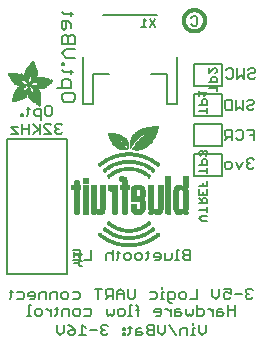
<source format=gbr>
G04 EAGLE Gerber RS-274X export*
G75*
%MOMM*%
%FSLAX34Y34*%
%LPD*%
%INSilkscreen Bottom*%
%IPPOS*%
%AMOC8*
5,1,8,0,0,1.08239X$1,22.5*%
G01*
%ADD10C,0.127000*%
%ADD11C,0.152400*%
%ADD12C,0.203200*%
%ADD13R,0.595000X0.017500*%
%ADD14R,0.945000X0.017500*%
%ADD15R,1.225000X0.017500*%
%ADD16R,1.435000X0.017500*%
%ADD17R,1.610000X0.017500*%
%ADD18R,1.750100X0.017500*%
%ADD19R,1.925000X0.017500*%
%ADD20R,2.065000X0.017500*%
%ADD21R,2.170000X0.017500*%
%ADD22R,2.310000X0.017500*%
%ADD23R,2.415000X0.017500*%
%ADD24R,2.520000X0.017500*%
%ADD25R,2.625000X0.017500*%
%ADD26R,2.730000X0.017500*%
%ADD27R,2.800000X0.017500*%
%ADD28R,1.155000X0.017500*%
%ADD29R,1.032500X0.017500*%
%ADD30R,1.050000X0.017500*%
%ADD31R,0.962500X0.017500*%
%ADD32R,0.892500X0.017500*%
%ADD33R,0.857500X0.017500*%
%ADD34R,0.822500X0.017500*%
%ADD35R,0.787500X0.017500*%
%ADD36R,0.752500X0.017500*%
%ADD37R,0.717500X0.017500*%
%ADD38R,0.700000X0.017500*%
%ADD39R,0.682500X0.017500*%
%ADD40R,0.665000X0.017500*%
%ADD41R,0.647500X0.017500*%
%ADD42R,0.630000X0.017500*%
%ADD43R,0.612500X0.017500*%
%ADD44R,0.577500X0.017500*%
%ADD45R,0.560000X0.017500*%
%ADD46R,0.542500X0.017500*%
%ADD47R,0.525000X0.017500*%
%ADD48R,0.507500X0.017500*%
%ADD49R,1.330000X0.017500*%
%ADD50R,1.505000X0.017500*%
%ADD51R,0.490000X0.017500*%
%ADD52R,1.645000X0.017500*%
%ADD53R,1.785000X0.017500*%
%ADD54R,1.890000X0.017500*%
%ADD55R,0.472500X0.017500*%
%ADD56R,2.030000X0.017500*%
%ADD57R,2.135000X0.017500*%
%ADD58R,2.240000X0.017500*%
%ADD59R,0.455000X0.017500*%
%ADD60R,2.590000X0.017500*%
%ADD61R,0.437500X0.017500*%
%ADD62R,1.015000X0.017500*%
%ADD63R,0.875000X0.017500*%
%ADD64R,0.420000X0.017500*%
%ADD65R,0.770000X0.017500*%
%ADD66R,0.735000X0.017500*%
%ADD67R,0.385000X0.017500*%
%ADD68R,0.367500X0.017500*%
%ADD69R,0.350000X0.017500*%
%ADD70R,0.315000X0.017500*%
%ADD71R,0.262500X0.017500*%
%ADD72R,0.210000X0.017500*%
%ADD73R,0.175000X0.017500*%
%ADD74R,0.140000X0.017500*%
%ADD75R,0.105000X0.017500*%
%ADD76R,1.085000X0.017500*%
%ADD77R,1.365000X0.017500*%
%ADD78R,1.855000X0.017500*%
%ADD79R,2.100000X0.017500*%
%ADD80R,2.205000X0.017500*%
%ADD81R,2.275000X0.017500*%
%ADD82R,1.102500X0.017500*%
%ADD83R,1.120000X0.017500*%
%ADD84R,0.910000X0.017500*%
%ADD85R,0.297500X0.017500*%
%ADD86R,0.227500X0.017500*%
%ADD87R,0.192500X0.017500*%
%ADD88R,0.157500X0.017500*%
%ADD89R,0.122500X0.017500*%
%ADD90R,0.087500X0.017500*%
%ADD91R,0.035000X0.017500*%
%ADD92R,0.402500X0.017500*%
%ADD93R,0.367600X0.017500*%
%ADD94R,0.420100X0.017500*%
%ADD95R,0.437600X0.017500*%
%ADD96R,1.102600X0.017500*%
%ADD97R,1.120100X0.017500*%
%ADD98R,1.137500X0.017500*%
%ADD99R,1.137600X0.017500*%
%ADD100R,0.927500X0.017500*%
%ADD101R,1.155100X0.017500*%
%ADD102R,1.172500X0.017500*%
%ADD103R,1.172600X0.017500*%
%ADD104R,0.997500X0.017500*%
%ADD105R,1.190000X0.017500*%
%ADD106R,1.190100X0.017500*%
%ADD107R,1.207500X0.017500*%
%ADD108R,1.067500X0.017500*%
%ADD109R,1.207600X0.017500*%
%ADD110R,1.225100X0.017500*%
%ADD111R,1.242500X0.017500*%
%ADD112R,1.242600X0.017500*%
%ADD113R,1.260100X0.017500*%
%ADD114R,1.260000X0.017500*%
%ADD115R,0.612600X0.017500*%
%ADD116R,0.560100X0.017500*%
%ADD117R,0.507600X0.017500*%
%ADD118R,0.490100X0.017500*%
%ADD119R,0.455100X0.017500*%
%ADD120R,0.472600X0.017500*%
%ADD121R,0.805000X0.017500*%
%ADD122R,0.525100X0.017500*%
%ADD123R,0.577600X0.017500*%
%ADD124R,0.524900X0.017500*%
%ADD125R,0.840000X0.017500*%
%ADD126R,0.332500X0.017500*%
%ADD127R,0.245000X0.017500*%
%ADD128R,0.017500X0.017500*%
%ADD129R,0.594900X0.017500*%
%ADD130R,1.960000X0.017500*%
%ADD131R,1.540000X0.017500*%
%ADD132R,1.400000X0.017500*%
%ADD133R,0.052500X0.017500*%
%ADD134R,0.280000X0.017500*%
%ADD135R,2.432500X0.017500*%
%ADD136R,2.345000X0.017500*%
%ADD137R,1.680000X0.017500*%
%ADD138R,0.980000X0.017500*%
%ADD139R,2.835000X0.017500*%
%ADD140R,0.070000X0.017500*%
%ADD141R,1.277500X0.017500*%
%ADD142R,1.224900X0.017500*%
%ADD143R,0.665100X0.017500*%
%ADD144R,1.697500X0.017500*%
%ADD145R,1.662500X0.017500*%
%ADD146R,1.627500X0.017500*%
%ADD147R,1.592500X0.017500*%
%ADD148R,1.557400X0.017500*%
%ADD149R,1.470000X0.017500*%
%ADD150R,1.312500X0.017500*%
%ADD151C,0.304800*%
%ADD152R,0.006300X0.050800*%
%ADD153R,0.006400X0.082600*%
%ADD154R,0.006300X0.120600*%
%ADD155R,0.006400X0.139700*%
%ADD156R,0.006300X0.158800*%
%ADD157R,0.006400X0.177800*%
%ADD158R,0.006300X0.196800*%
%ADD159R,0.006400X0.215900*%
%ADD160R,0.006300X0.228600*%
%ADD161R,0.006400X0.241300*%
%ADD162R,0.006300X0.254000*%
%ADD163R,0.006400X0.266700*%
%ADD164R,0.006300X0.279400*%
%ADD165R,0.006400X0.285700*%
%ADD166R,0.006300X0.298400*%
%ADD167R,0.006400X0.311200*%
%ADD168R,0.006300X0.317500*%
%ADD169R,0.006400X0.330200*%
%ADD170R,0.006300X0.336600*%
%ADD171R,0.006400X0.349200*%
%ADD172R,0.006300X0.361900*%
%ADD173R,0.006400X0.368300*%
%ADD174R,0.006300X0.381000*%
%ADD175R,0.006400X0.387300*%
%ADD176R,0.006300X0.393700*%
%ADD177R,0.006400X0.406400*%
%ADD178R,0.006300X0.412700*%
%ADD179R,0.006400X0.419100*%
%ADD180R,0.006300X0.431800*%
%ADD181R,0.006400X0.438100*%
%ADD182R,0.006300X0.450800*%
%ADD183R,0.006400X0.457200*%
%ADD184R,0.006300X0.463500*%
%ADD185R,0.006400X0.476200*%
%ADD186R,0.006300X0.482600*%
%ADD187R,0.006400X0.488900*%
%ADD188R,0.006300X0.501600*%
%ADD189R,0.006400X0.508000*%
%ADD190R,0.006300X0.514300*%
%ADD191R,0.006400X0.527000*%
%ADD192R,0.006300X0.533400*%
%ADD193R,0.006400X0.546100*%
%ADD194R,0.006300X0.552400*%
%ADD195R,0.006400X0.558800*%
%ADD196R,0.006300X0.571500*%
%ADD197R,0.006400X0.577800*%
%ADD198R,0.006300X0.584200*%
%ADD199R,0.006400X0.596900*%
%ADD200R,0.006300X0.603200*%
%ADD201R,0.006400X0.609600*%
%ADD202R,0.006300X0.622300*%
%ADD203R,0.006400X0.628600*%
%ADD204R,0.006300X0.641300*%
%ADD205R,0.006400X0.647700*%
%ADD206R,0.006300X0.063500*%
%ADD207R,0.006300X0.654000*%
%ADD208R,0.006400X0.101600*%
%ADD209R,0.006400X0.666700*%
%ADD210R,0.006300X0.139700*%
%ADD211R,0.006300X0.673100*%
%ADD212R,0.006400X0.165100*%
%ADD213R,0.006400X0.679400*%
%ADD214R,0.006300X0.196900*%
%ADD215R,0.006300X0.692100*%
%ADD216R,0.006400X0.222200*%
%ADD217R,0.006400X0.698500*%
%ADD218R,0.006300X0.247700*%
%ADD219R,0.006300X0.704800*%
%ADD220R,0.006400X0.279400*%
%ADD221R,0.006400X0.717500*%
%ADD222R,0.006300X0.298500*%
%ADD223R,0.006300X0.723900*%
%ADD224R,0.006400X0.736600*%
%ADD225R,0.006300X0.342900*%
%ADD226R,0.006300X0.742900*%
%ADD227R,0.006400X0.374700*%
%ADD228R,0.006400X0.749300*%
%ADD229R,0.006300X0.762000*%
%ADD230R,0.006400X0.412700*%
%ADD231R,0.006400X0.768300*%
%ADD232R,0.006300X0.438100*%
%ADD233R,0.006300X0.774700*%
%ADD234R,0.006400X0.463600*%
%ADD235R,0.006400X0.787400*%
%ADD236R,0.006300X0.793700*%
%ADD237R,0.006400X0.495300*%
%ADD238R,0.006400X0.800100*%
%ADD239R,0.006300X0.520700*%
%ADD240R,0.006300X0.812800*%
%ADD241R,0.006400X0.533400*%
%ADD242R,0.006400X0.819100*%
%ADD243R,0.006300X0.558800*%
%ADD244R,0.006300X0.825500*%
%ADD245R,0.006400X0.577900*%
%ADD246R,0.006400X0.831800*%
%ADD247R,0.006300X0.596900*%
%ADD248R,0.006300X0.844500*%
%ADD249R,0.006400X0.616000*%
%ADD250R,0.006400X0.850900*%
%ADD251R,0.006300X0.635000*%
%ADD252R,0.006300X0.857200*%
%ADD253R,0.006400X0.654100*%
%ADD254R,0.006400X0.863600*%
%ADD255R,0.006300X0.666700*%
%ADD256R,0.006300X0.869900*%
%ADD257R,0.006400X0.685800*%
%ADD258R,0.006400X0.876300*%
%ADD259R,0.006300X0.882600*%
%ADD260R,0.006400X0.723900*%
%ADD261R,0.006400X0.889000*%
%ADD262R,0.006300X0.895300*%
%ADD263R,0.006400X0.755700*%
%ADD264R,0.006400X0.901700*%
%ADD265R,0.006300X0.908000*%
%ADD266R,0.006400X0.793800*%
%ADD267R,0.006400X0.914400*%
%ADD268R,0.006300X0.806400*%
%ADD269R,0.006300X0.920700*%
%ADD270R,0.006400X0.825500*%
%ADD271R,0.006400X0.927100*%
%ADD272R,0.006300X0.933400*%
%ADD273R,0.006400X0.857300*%
%ADD274R,0.006400X0.939800*%
%ADD275R,0.006300X0.870000*%
%ADD276R,0.006300X0.939800*%
%ADD277R,0.006400X0.946100*%
%ADD278R,0.006300X0.952500*%
%ADD279R,0.006400X0.908000*%
%ADD280R,0.006400X0.958800*%
%ADD281R,0.006300X0.965200*%
%ADD282R,0.006400X0.965200*%
%ADD283R,0.006300X0.971500*%
%ADD284R,0.006400X0.952500*%
%ADD285R,0.006400X0.977900*%
%ADD286R,0.006300X0.958800*%
%ADD287R,0.006300X0.984200*%
%ADD288R,0.006400X0.971500*%
%ADD289R,0.006400X0.984200*%
%ADD290R,0.006300X0.990600*%
%ADD291R,0.006400X0.984300*%
%ADD292R,0.006400X0.996900*%
%ADD293R,0.006300X0.997000*%
%ADD294R,0.006300X0.996900*%
%ADD295R,0.006400X1.003300*%
%ADD296R,0.006300X1.016000*%
%ADD297R,0.006300X1.009600*%
%ADD298R,0.006400X1.016000*%
%ADD299R,0.006400X1.009600*%
%ADD300R,0.006300X1.022300*%
%ADD301R,0.006400X1.028700*%
%ADD302R,0.006300X1.035100*%
%ADD303R,0.006400X1.047800*%
%ADD304R,0.006300X1.054100*%
%ADD305R,0.006300X1.028700*%
%ADD306R,0.006400X1.054100*%
%ADD307R,0.006400X1.035000*%
%ADD308R,0.006300X1.060400*%
%ADD309R,0.006300X1.035000*%
%ADD310R,0.006400X1.060500*%
%ADD311R,0.006400X1.041400*%
%ADD312R,0.006300X1.066800*%
%ADD313R,0.006300X1.041400*%
%ADD314R,0.006400X1.079500*%
%ADD315R,0.006400X1.047700*%
%ADD316R,0.006300X1.085900*%
%ADD317R,0.006300X1.047700*%
%ADD318R,0.006400X1.085800*%
%ADD319R,0.006300X1.092200*%
%ADD320R,0.006400X1.085900*%
%ADD321R,0.006300X1.098600*%
%ADD322R,0.006400X1.098600*%
%ADD323R,0.006400X1.060400*%
%ADD324R,0.006300X1.104900*%
%ADD325R,0.006400X1.104900*%
%ADD326R,0.006400X1.066800*%
%ADD327R,0.006300X1.111200*%
%ADD328R,0.006400X1.117600*%
%ADD329R,0.006300X1.117600*%
%ADD330R,0.006300X1.073100*%
%ADD331R,0.006400X1.073100*%
%ADD332R,0.006300X1.124000*%
%ADD333R,0.006300X1.079500*%
%ADD334R,0.006400X1.123900*%
%ADD335R,0.006300X1.130300*%
%ADD336R,0.006400X1.130300*%
%ADD337R,0.006400X1.136700*%
%ADD338R,0.006300X1.136700*%
%ADD339R,0.006300X1.085800*%
%ADD340R,0.006400X1.136600*%
%ADD341R,0.006300X1.136600*%
%ADD342R,0.006400X1.143000*%
%ADD343R,0.006300X1.143000*%
%ADD344R,0.006300X1.149400*%
%ADD345R,0.006300X1.149300*%
%ADD346R,0.006400X1.149300*%
%ADD347R,0.006400X1.149400*%
%ADD348R,0.006400X1.155700*%
%ADD349R,0.006300X1.155700*%
%ADD350R,0.006300X1.060500*%
%ADD351R,0.006400X2.197100*%
%ADD352R,0.006300X2.197100*%
%ADD353R,0.006300X2.184400*%
%ADD354R,0.006400X2.184400*%
%ADD355R,0.006400X2.171700*%
%ADD356R,0.006300X2.171700*%
%ADD357R,0.006400X1.530300*%
%ADD358R,0.006300X1.505000*%
%ADD359R,0.006400X1.492300*%
%ADD360R,0.006300X1.485900*%
%ADD361R,0.006300X0.565200*%
%ADD362R,0.006400X1.473200*%
%ADD363R,0.006400X0.565200*%
%ADD364R,0.006300X1.460500*%
%ADD365R,0.006400X1.454100*%
%ADD366R,0.006400X0.552400*%
%ADD367R,0.006300X1.441500*%
%ADD368R,0.006300X0.546100*%
%ADD369R,0.006400X1.435100*%
%ADD370R,0.006400X0.539800*%
%ADD371R,0.006300X1.428800*%
%ADD372R,0.006400X1.422400*%
%ADD373R,0.006300X1.409700*%
%ADD374R,0.006300X0.527100*%
%ADD375R,0.006400X1.403300*%
%ADD376R,0.006400X0.527100*%
%ADD377R,0.006300X1.390700*%
%ADD378R,0.006400X1.384300*%
%ADD379R,0.006400X0.520700*%
%ADD380R,0.006300X1.384300*%
%ADD381R,0.006300X0.514400*%
%ADD382R,0.006400X1.371600*%
%ADD383R,0.006300X1.365200*%
%ADD384R,0.006300X0.508000*%
%ADD385R,0.006400X1.352600*%
%ADD386R,0.006400X0.501700*%
%ADD387R,0.006300X0.711200*%
%ADD388R,0.006300X0.603300*%
%ADD389R,0.006300X0.501700*%
%ADD390R,0.006400X0.692100*%
%ADD391R,0.006400X0.571500*%
%ADD392R,0.006300X0.679400*%
%ADD393R,0.006300X0.495300*%
%ADD394R,0.006400X0.673100*%
%ADD395R,0.006300X0.666800*%
%ADD396R,0.006300X0.488900*%
%ADD397R,0.006400X0.660400*%
%ADD398R,0.006400X0.482600*%
%ADD399R,0.006300X0.476200*%
%ADD400R,0.006400X0.654000*%
%ADD401R,0.006400X0.469900*%
%ADD402R,0.006400X0.476300*%
%ADD403R,0.006300X0.647700*%
%ADD404R,0.006300X0.457200*%
%ADD405R,0.006300X0.469900*%
%ADD406R,0.006400X0.641300*%
%ADD407R,0.006400X0.444500*%
%ADD408R,0.006300X0.463600*%
%ADD409R,0.006400X0.635000*%
%ADD410R,0.006400X0.463500*%
%ADD411R,0.006400X0.393700*%
%ADD412R,0.006400X0.450800*%
%ADD413R,0.006300X0.628600*%
%ADD414R,0.006300X0.387400*%
%ADD415R,0.006300X0.450900*%
%ADD416R,0.006400X0.628700*%
%ADD417R,0.006400X0.374600*%
%ADD418R,0.006300X0.368300*%
%ADD419R,0.006300X0.438200*%
%ADD420R,0.006400X0.622300*%
%ADD421R,0.006400X0.355600*%
%ADD422R,0.006400X0.431800*%
%ADD423R,0.006300X0.349300*%
%ADD424R,0.006300X0.425400*%
%ADD425R,0.006300X0.615900*%
%ADD426R,0.006300X0.330200*%
%ADD427R,0.006300X0.419100*%
%ADD428R,0.006300X0.616000*%
%ADD429R,0.006300X0.311200*%
%ADD430R,0.006300X0.406400*%
%ADD431R,0.006400X0.615900*%
%ADD432R,0.006400X0.304800*%
%ADD433R,0.006400X0.158800*%
%ADD434R,0.006300X0.609600*%
%ADD435R,0.006300X0.292100*%
%ADD436R,0.006300X0.235000*%
%ADD437R,0.006400X0.387400*%
%ADD438R,0.006400X0.292100*%
%ADD439R,0.006300X0.336500*%
%ADD440R,0.006300X0.260400*%
%ADD441R,0.006400X0.603300*%
%ADD442R,0.006400X0.260400*%
%ADD443R,0.006400X0.362000*%
%ADD444R,0.006400X0.450900*%
%ADD445R,0.006300X0.355600*%
%ADD446R,0.006400X0.342900*%
%ADD447R,0.006400X0.514300*%
%ADD448R,0.006300X0.234900*%
%ADD449R,0.006300X0.539700*%
%ADD450R,0.006400X0.603200*%
%ADD451R,0.006400X0.234900*%
%ADD452R,0.006400X0.920700*%
%ADD453R,0.006400X0.958900*%
%ADD454R,0.006300X0.215900*%
%ADD455R,0.006400X0.209600*%
%ADD456R,0.006300X0.203200*%
%ADD457R,0.006300X1.003300*%
%ADD458R,0.006400X0.203200*%
%ADD459R,0.006400X0.196900*%
%ADD460R,0.006300X0.190500*%
%ADD461R,0.006400X0.190500*%
%ADD462R,0.006300X0.184200*%
%ADD463R,0.006400X0.590500*%
%ADD464R,0.006400X0.184200*%
%ADD465R,0.006300X0.590500*%
%ADD466R,0.006300X0.177800*%
%ADD467R,0.006400X0.584200*%
%ADD468R,0.006400X1.168400*%
%ADD469R,0.006300X0.171500*%
%ADD470R,0.006300X1.187500*%
%ADD471R,0.006400X1.200100*%
%ADD472R,0.006300X0.577800*%
%ADD473R,0.006300X1.212900*%
%ADD474R,0.006400X1.231900*%
%ADD475R,0.006300X1.250900*%
%ADD476R,0.006400X0.565100*%
%ADD477R,0.006400X0.184100*%
%ADD478R,0.006400X1.263700*%
%ADD479R,0.006300X0.565100*%
%ADD480R,0.006300X1.289100*%
%ADD481R,0.006400X1.314400*%
%ADD482R,0.006300X0.552500*%
%ADD483R,0.006300X1.568500*%
%ADD484R,0.006400X0.552500*%
%ADD485R,0.006400X1.581200*%
%ADD486R,0.006300X1.593800*%
%ADD487R,0.006400X1.606500*%
%ADD488R,0.006300X1.619300*%
%ADD489R,0.006400X0.514400*%
%ADD490R,0.006400X1.638300*%
%ADD491R,0.006300X1.657300*%
%ADD492R,0.006400X2.209800*%
%ADD493R,0.006300X2.425700*%
%ADD494R,0.006400X2.470100*%
%ADD495R,0.006300X2.501900*%
%ADD496R,0.006400X2.533700*%
%ADD497R,0.006300X2.559000*%
%ADD498R,0.006400X2.584500*%
%ADD499R,0.006300X2.609900*%
%ADD500R,0.006400X2.628900*%
%ADD501R,0.006300X2.660600*%
%ADD502R,0.006400X2.673400*%
%ADD503R,0.006300X1.422400*%
%ADD504R,0.006300X1.200200*%
%ADD505R,0.006300X1.365300*%
%ADD506R,0.006400X1.365300*%
%ADD507R,0.006300X1.352500*%
%ADD508R,0.006300X1.098500*%
%ADD509R,0.006400X1.358900*%
%ADD510R,0.006300X1.352600*%
%ADD511R,0.006300X1.358900*%
%ADD512R,0.006300X1.371600*%
%ADD513R,0.006400X1.377900*%
%ADD514R,0.006400X1.397000*%
%ADD515R,0.006300X1.403300*%
%ADD516R,0.006300X0.914400*%
%ADD517R,0.006300X0.876300*%
%ADD518R,0.006300X0.374600*%
%ADD519R,0.006400X1.073200*%
%ADD520R,0.006300X0.374700*%
%ADD521R,0.006400X0.844600*%
%ADD522R,0.006300X0.844600*%
%ADD523R,0.006400X0.831900*%
%ADD524R,0.006400X1.092200*%
%ADD525R,0.006300X0.400000*%
%ADD526R,0.006400X0.819200*%
%ADD527R,0.006400X1.111300*%
%ADD528R,0.006400X0.812800*%
%ADD529R,0.006300X0.800100*%
%ADD530R,0.006300X0.476300*%
%ADD531R,0.006300X1.181100*%
%ADD532R,0.006400X0.501600*%
%ADD533R,0.006400X1.193800*%
%ADD534R,0.006400X0.781000*%
%ADD535R,0.006400X1.238200*%
%ADD536R,0.006300X0.781100*%
%ADD537R,0.006300X1.257300*%
%ADD538R,0.006400X1.295400*%
%ADD539R,0.006300X1.333500*%
%ADD540R,0.006400X0.774700*%
%ADD541R,0.006400X1.866900*%
%ADD542R,0.006300X0.209600*%
%ADD543R,0.006300X1.866900*%
%ADD544R,0.006400X0.768400*%
%ADD545R,0.006400X0.209500*%
%ADD546R,0.006400X1.860600*%
%ADD547R,0.006400X0.762000*%
%ADD548R,0.006300X0.768400*%
%ADD549R,0.006300X1.860600*%
%ADD550R,0.006400X1.860500*%
%ADD551R,0.006300X0.222300*%
%ADD552R,0.006300X1.854200*%
%ADD553R,0.006400X0.235000*%
%ADD554R,0.006400X1.854200*%
%ADD555R,0.006300X0.768300*%
%ADD556R,0.006400X0.260300*%
%ADD557R,0.006400X1.847800*%
%ADD558R,0.006300X0.266700*%
%ADD559R,0.006300X1.847800*%
%ADD560R,0.006400X0.273100*%
%ADD561R,0.006400X1.841500*%
%ADD562R,0.006300X0.285800*%
%ADD563R,0.006300X1.841500*%
%ADD564R,0.006400X0.298500*%
%ADD565R,0.006400X1.835100*%
%ADD566R,0.006300X0.781000*%
%ADD567R,0.006300X0.304800*%
%ADD568R,0.006300X1.835100*%
%ADD569R,0.006400X0.317500*%
%ADD570R,0.006400X1.828800*%
%ADD571R,0.006300X0.787400*%
%ADD572R,0.006300X0.323800*%
%ADD573R,0.006300X1.828800*%
%ADD574R,0.006400X0.793700*%
%ADD575R,0.006400X1.822400*%
%ADD576R,0.006300X0.806500*%
%ADD577R,0.006300X1.822400*%
%ADD578R,0.006400X1.816100*%
%ADD579R,0.006300X0.819100*%
%ADD580R,0.006300X0.387300*%
%ADD581R,0.006300X1.816100*%
%ADD582R,0.006400X1.809800*%
%ADD583R,0.006300X1.803400*%
%ADD584R,0.006400X1.797000*%
%ADD585R,0.006300X0.901700*%
%ADD586R,0.006300X1.797000*%
%ADD587R,0.006400X1.441400*%
%ADD588R,0.006400X1.790700*%
%ADD589R,0.006300X1.447800*%
%ADD590R,0.006300X1.784300*%
%ADD591R,0.006400X1.447800*%
%ADD592R,0.006400X1.784300*%
%ADD593R,0.006300X1.454100*%
%ADD594R,0.006300X1.771700*%
%ADD595R,0.006400X1.460500*%
%ADD596R,0.006400X1.759000*%
%ADD597R,0.006300X1.466800*%
%ADD598R,0.006300X1.752600*%
%ADD599R,0.006400X1.466800*%
%ADD600R,0.006400X1.739900*%
%ADD601R,0.006300X1.473200*%
%ADD602R,0.006300X1.727200*%
%ADD603R,0.006400X1.479500*%
%ADD604R,0.006400X1.714500*%
%ADD605R,0.006300X1.695400*%
%ADD606R,0.006400X1.485900*%
%ADD607R,0.006400X1.682700*%
%ADD608R,0.006300X1.492200*%
%ADD609R,0.006300X1.663700*%
%ADD610R,0.006400X1.498600*%
%ADD611R,0.006400X1.644600*%
%ADD612R,0.006300X1.498600*%
%ADD613R,0.006300X1.619200*%
%ADD614R,0.006400X1.511300*%
%ADD615R,0.006400X1.600200*%
%ADD616R,0.006300X1.517700*%
%ADD617R,0.006300X1.574800*%
%ADD618R,0.006400X1.524000*%
%ADD619R,0.006400X1.555800*%
%ADD620R,0.006300X1.524000*%
%ADD621R,0.006300X1.536700*%
%ADD622R,0.006400X1.530400*%
%ADD623R,0.006400X1.517700*%
%ADD624R,0.006300X1.492300*%
%ADD625R,0.006400X1.549400*%
%ADD626R,0.006400X1.479600*%
%ADD627R,0.006300X1.549400*%
%ADD628R,0.006400X1.555700*%
%ADD629R,0.006300X1.562100*%
%ADD630R,0.006300X0.323900*%
%ADD631R,0.006400X1.568400*%
%ADD632R,0.006400X0.336600*%
%ADD633R,0.006300X1.587500*%
%ADD634R,0.006300X0.971600*%
%ADD635R,0.006400X0.349300*%
%ADD636R,0.006300X1.600200*%
%ADD637R,0.006300X0.920800*%
%ADD638R,0.006400X0.882700*%
%ADD639R,0.006300X1.612900*%
%ADD640R,0.006300X0.362000*%
%ADD641R,0.006400X1.625600*%
%ADD642R,0.006300X1.625600*%
%ADD643R,0.006300X1.644600*%
%ADD644R,0.006300X0.736600*%
%ADD645R,0.006400X0.717600*%
%ADD646R,0.006300X1.657400*%
%ADD647R,0.006300X0.679500*%
%ADD648R,0.006400X1.663700*%
%ADD649R,0.006400X0.400000*%
%ADD650R,0.006300X1.676400*%
%ADD651R,0.006400X1.676400*%
%ADD652R,0.006400X0.425500*%
%ADD653R,0.006400X1.352500*%
%ADD654R,0.006300X0.444500*%
%ADD655R,0.006400X0.361900*%
%ADD656R,0.006300X0.088900*%
%ADD657R,0.006300X1.009700*%
%ADD658R,0.006400X1.009700*%
%ADD659R,0.006400X1.022300*%
%ADD660R,0.006400X1.346200*%
%ADD661R,0.006300X1.346200*%
%ADD662R,0.006400X1.339900*%
%ADD663R,0.006400X1.035100*%
%ADD664R,0.006300X1.339800*%
%ADD665R,0.006400X1.333500*%
%ADD666R,0.006400X1.327200*%
%ADD667R,0.006300X1.320800*%
%ADD668R,0.006400X1.314500*%
%ADD669R,0.006300X1.314400*%
%ADD670R,0.006400X1.301700*%
%ADD671R,0.006300X1.295400*%
%ADD672R,0.006400X1.289000*%
%ADD673R,0.006300X1.276300*%
%ADD674R,0.006300X1.251000*%
%ADD675R,0.006400X1.244600*%
%ADD676R,0.006300X1.231900*%
%ADD677R,0.006400X1.212800*%
%ADD678R,0.006300X1.200100*%
%ADD679R,0.006400X1.187400*%
%ADD680R,0.006300X1.168400*%
%ADD681R,0.006300X1.047800*%
%ADD682R,0.006300X0.977900*%
%ADD683R,0.006400X0.946200*%
%ADD684R,0.006400X0.933400*%
%ADD685R,0.006400X0.895300*%
%ADD686R,0.006300X0.882700*%
%ADD687R,0.006300X0.863600*%
%ADD688R,0.006400X0.857200*%
%ADD689R,0.006300X0.850900*%
%ADD690R,0.006300X0.838200*%
%ADD691R,0.006400X0.806500*%
%ADD692R,0.006300X0.717600*%
%ADD693R,0.006400X0.711200*%
%ADD694R,0.006400X0.641400*%
%ADD695R,0.006300X0.641400*%
%ADD696R,0.006300X0.628700*%
%ADD697R,0.006300X0.590600*%
%ADD698R,0.006400X0.539700*%
%ADD699R,0.006300X0.285700*%
%ADD700R,0.006300X0.222200*%
%ADD701R,0.006300X0.171400*%
%ADD702R,0.006400X0.152400*%
%ADD703R,0.006300X0.133400*%


D10*
X206856Y263320D02*
X208339Y264803D01*
X211305Y264803D01*
X212788Y263320D01*
X212788Y261837D01*
X211305Y260354D01*
X208339Y260354D01*
X206856Y258871D01*
X206856Y257388D01*
X208339Y255905D01*
X211305Y255905D01*
X212788Y257388D01*
X203433Y255905D02*
X203433Y264803D01*
X200467Y258871D02*
X203433Y255905D01*
X200467Y258871D02*
X197501Y255905D01*
X197501Y264803D01*
X189629Y264803D02*
X188146Y263320D01*
X189629Y264803D02*
X192595Y264803D01*
X194077Y263320D01*
X194077Y257388D01*
X192595Y255905D01*
X189629Y255905D01*
X188146Y257388D01*
X207069Y238133D02*
X205586Y236650D01*
X207069Y238133D02*
X210035Y238133D01*
X211518Y236650D01*
X211518Y235167D01*
X210035Y233684D01*
X207069Y233684D01*
X205586Y232201D01*
X205586Y230718D01*
X207069Y229235D01*
X210035Y229235D01*
X211518Y230718D01*
X202163Y229235D02*
X202163Y238133D01*
X199197Y232201D02*
X202163Y229235D01*
X199197Y232201D02*
X196231Y229235D01*
X196231Y238133D01*
X192807Y238133D02*
X192807Y229235D01*
X188359Y229235D01*
X186876Y230718D01*
X186876Y236650D01*
X188359Y238133D01*
X192807Y238133D01*
X211518Y212733D02*
X211518Y203835D01*
X211518Y212733D02*
X205586Y212733D01*
X208552Y208284D02*
X211518Y208284D01*
X197714Y212733D02*
X196231Y211250D01*
X197714Y212733D02*
X200680Y212733D01*
X202163Y211250D01*
X202163Y205318D01*
X200680Y203835D01*
X197714Y203835D01*
X196231Y205318D01*
X192807Y203835D02*
X192807Y212733D01*
X188359Y212733D01*
X186876Y211250D01*
X186876Y208284D01*
X188359Y206801D01*
X192807Y206801D01*
X189842Y206801D02*
X186876Y203835D01*
X210035Y188603D02*
X211518Y187120D01*
X210035Y188603D02*
X207069Y188603D01*
X205586Y187120D01*
X205586Y185637D01*
X207069Y184154D01*
X208552Y184154D01*
X207069Y184154D02*
X205586Y182671D01*
X205586Y181188D01*
X207069Y179705D01*
X210035Y179705D01*
X211518Y181188D01*
X202163Y185637D02*
X199197Y179705D01*
X196231Y185637D01*
X191325Y179705D02*
X188359Y179705D01*
X186876Y181188D01*
X186876Y184154D01*
X188359Y185637D01*
X191325Y185637D01*
X192807Y184154D01*
X192807Y181188D01*
X191325Y179705D01*
D11*
X60208Y238262D02*
X60208Y241990D01*
X60208Y238262D02*
X58343Y236398D01*
X50886Y236398D01*
X49022Y238262D01*
X49022Y241990D01*
X50886Y243855D01*
X58343Y243855D01*
X60208Y241990D01*
X56479Y248092D02*
X45294Y248092D01*
X56479Y248092D02*
X56479Y253684D01*
X54615Y255549D01*
X50886Y255549D01*
X49022Y253684D01*
X49022Y248092D01*
X50886Y261650D02*
X58343Y261650D01*
X50886Y261650D02*
X49022Y263514D01*
X56479Y263514D02*
X56479Y259785D01*
X50886Y267581D02*
X49022Y267581D01*
X50886Y267581D02*
X50886Y269446D01*
X49022Y269446D01*
X49022Y267581D01*
X52751Y273428D02*
X60208Y273428D01*
X52751Y273428D02*
X49022Y277157D01*
X52751Y280885D01*
X60208Y280885D01*
X60208Y285122D02*
X49022Y285122D01*
X60208Y285122D02*
X60208Y290715D01*
X58343Y292579D01*
X56479Y292579D01*
X54615Y290715D01*
X52751Y292579D01*
X50886Y292579D01*
X49022Y290715D01*
X49022Y285122D01*
X54615Y285122D02*
X54615Y290715D01*
X56479Y298681D02*
X56479Y302409D01*
X54615Y304273D01*
X49022Y304273D01*
X49022Y298681D01*
X50886Y296816D01*
X52751Y298681D01*
X52751Y304273D01*
X50886Y310375D02*
X58343Y310375D01*
X50886Y310375D02*
X49022Y312239D01*
X56479Y312239D02*
X56479Y308510D01*
D10*
X39365Y233053D02*
X36399Y233053D01*
X39365Y233053D02*
X40847Y231570D01*
X40847Y225638D01*
X39365Y224155D01*
X36399Y224155D01*
X34916Y225638D01*
X34916Y231570D01*
X36399Y233053D01*
X31492Y230087D02*
X31492Y221189D01*
X31492Y230087D02*
X27043Y230087D01*
X25561Y228604D01*
X25561Y225638D01*
X27043Y224155D01*
X31492Y224155D01*
X20654Y225638D02*
X20654Y231570D01*
X20654Y225638D02*
X19171Y224155D01*
X19171Y230087D02*
X22137Y230087D01*
X15900Y225638D02*
X15900Y224155D01*
X15900Y225638D02*
X14417Y225638D01*
X14417Y224155D01*
X15900Y224155D01*
X47940Y217813D02*
X49423Y216330D01*
X47940Y217813D02*
X44974Y217813D01*
X43491Y216330D01*
X43491Y214847D01*
X44974Y213364D01*
X46457Y213364D01*
X44974Y213364D02*
X43491Y211881D01*
X43491Y210398D01*
X44974Y208915D01*
X47940Y208915D01*
X49423Y210398D01*
X40068Y208915D02*
X34136Y208915D01*
X40068Y208915D02*
X34136Y214847D01*
X34136Y216330D01*
X35619Y217813D01*
X38585Y217813D01*
X40068Y216330D01*
X30713Y217813D02*
X30713Y208915D01*
X30713Y211881D02*
X24781Y217813D01*
X29230Y213364D02*
X24781Y208915D01*
X21357Y208915D02*
X21357Y217813D01*
X21357Y213364D02*
X15426Y213364D01*
X15426Y217813D02*
X15426Y208915D01*
X12002Y214847D02*
X6071Y214847D01*
X12002Y208915D01*
X6071Y208915D01*
X170752Y47633D02*
X170752Y41701D01*
X167786Y38735D01*
X164820Y41701D01*
X164820Y47633D01*
X161397Y44667D02*
X159914Y44667D01*
X159914Y38735D01*
X161397Y38735D02*
X158431Y38735D01*
X159914Y47633D02*
X159914Y49116D01*
X155160Y44667D02*
X155160Y38735D01*
X155160Y44667D02*
X150711Y44667D01*
X149228Y43184D01*
X149228Y38735D01*
X145805Y38735D02*
X139873Y47633D01*
X136449Y47633D02*
X136449Y41701D01*
X133484Y38735D01*
X130518Y41701D01*
X130518Y47633D01*
X127094Y47633D02*
X127094Y38735D01*
X127094Y47633D02*
X122645Y47633D01*
X121163Y46150D01*
X121163Y44667D01*
X122645Y43184D01*
X121163Y41701D01*
X121163Y40218D01*
X122645Y38735D01*
X127094Y38735D01*
X127094Y43184D02*
X122645Y43184D01*
X116256Y44667D02*
X113290Y44667D01*
X111807Y43184D01*
X111807Y38735D01*
X116256Y38735D01*
X117739Y40218D01*
X116256Y41701D01*
X111807Y41701D01*
X106901Y40218D02*
X106901Y46150D01*
X106901Y40218D02*
X105418Y38735D01*
X105418Y44667D02*
X108384Y44667D01*
X102147Y44667D02*
X100664Y44667D01*
X100664Y43184D01*
X102147Y43184D01*
X102147Y44667D01*
X102147Y40218D02*
X100664Y40218D01*
X100664Y38735D01*
X102147Y38735D01*
X102147Y40218D01*
X88114Y46150D02*
X86631Y47633D01*
X83666Y47633D01*
X82183Y46150D01*
X82183Y44667D01*
X83666Y43184D01*
X85148Y43184D01*
X83666Y43184D02*
X82183Y41701D01*
X82183Y40218D01*
X83666Y38735D01*
X86631Y38735D01*
X88114Y40218D01*
X78759Y43184D02*
X72827Y43184D01*
X69404Y44667D02*
X66438Y47633D01*
X66438Y38735D01*
X69404Y38735D02*
X63472Y38735D01*
X57083Y46150D02*
X54117Y47633D01*
X57083Y46150D02*
X60049Y43184D01*
X60049Y40218D01*
X58566Y38735D01*
X55600Y38735D01*
X54117Y40218D01*
X54117Y41701D01*
X55600Y43184D01*
X60049Y43184D01*
X50694Y41701D02*
X50694Y47633D01*
X50694Y41701D02*
X47728Y38735D01*
X44762Y41701D01*
X44762Y47633D01*
X157499Y102235D02*
X157499Y111133D01*
X153050Y111133D01*
X151567Y109650D01*
X151567Y108167D01*
X153050Y106684D01*
X151567Y105201D01*
X151567Y103718D01*
X153050Y102235D01*
X157499Y102235D01*
X157499Y106684D02*
X153050Y106684D01*
X148143Y111133D02*
X146660Y111133D01*
X146660Y102235D01*
X145178Y102235D02*
X148143Y102235D01*
X141907Y103718D02*
X141907Y108167D01*
X141907Y103718D02*
X140424Y102235D01*
X135975Y102235D01*
X135975Y108167D01*
X131069Y102235D02*
X128103Y102235D01*
X131069Y102235D02*
X132551Y103718D01*
X132551Y106684D01*
X131069Y108167D01*
X128103Y108167D01*
X126620Y106684D01*
X126620Y105201D01*
X132551Y105201D01*
X121713Y103718D02*
X121713Y109650D01*
X121713Y103718D02*
X120230Y102235D01*
X120230Y108167D02*
X123196Y108167D01*
X115477Y102235D02*
X112511Y102235D01*
X111028Y103718D01*
X111028Y106684D01*
X112511Y108167D01*
X115477Y108167D01*
X116959Y106684D01*
X116959Y103718D01*
X115477Y102235D01*
X106121Y102235D02*
X103155Y102235D01*
X101673Y103718D01*
X101673Y106684D01*
X103155Y108167D01*
X106121Y108167D01*
X107604Y106684D01*
X107604Y103718D01*
X106121Y102235D01*
X96766Y103718D02*
X96766Y109650D01*
X96766Y103718D02*
X95283Y102235D01*
X95283Y108167D02*
X98249Y108167D01*
X92012Y111133D02*
X92012Y102235D01*
X92012Y106684D02*
X90529Y108167D01*
X87564Y108167D01*
X86081Y106684D01*
X86081Y102235D01*
X73302Y102235D02*
X73302Y111133D01*
X73302Y102235D02*
X67370Y102235D01*
X63947Y111133D02*
X58015Y111133D01*
X63947Y111133D02*
X63947Y102235D01*
X58015Y102235D01*
X60981Y106684D02*
X63947Y106684D01*
X209028Y78113D02*
X210511Y76630D01*
X209028Y78113D02*
X206063Y78113D01*
X204580Y76630D01*
X204580Y75147D01*
X206063Y73664D01*
X207546Y73664D01*
X206063Y73664D02*
X204580Y72181D01*
X204580Y70698D01*
X206063Y69215D01*
X209028Y69215D01*
X210511Y70698D01*
X201156Y73664D02*
X195224Y73664D01*
X191801Y78113D02*
X185869Y78113D01*
X191801Y78113D02*
X191801Y73664D01*
X188835Y75147D01*
X187352Y75147D01*
X185869Y73664D01*
X185869Y70698D01*
X187352Y69215D01*
X190318Y69215D01*
X191801Y70698D01*
X182446Y72181D02*
X182446Y78113D01*
X182446Y72181D02*
X179480Y69215D01*
X176514Y72181D01*
X176514Y78113D01*
X163735Y78113D02*
X163735Y69215D01*
X157804Y69215D01*
X152897Y69215D02*
X149931Y69215D01*
X148449Y70698D01*
X148449Y73664D01*
X149931Y75147D01*
X152897Y75147D01*
X154380Y73664D01*
X154380Y70698D01*
X152897Y69215D01*
X142059Y66249D02*
X140576Y66249D01*
X139093Y67732D01*
X139093Y75147D01*
X143542Y75147D01*
X145025Y73664D01*
X145025Y70698D01*
X143542Y69215D01*
X139093Y69215D01*
X135670Y75147D02*
X134187Y75147D01*
X134187Y69215D01*
X135670Y69215D02*
X132704Y69215D01*
X134187Y78113D02*
X134187Y79596D01*
X127950Y75147D02*
X123501Y75147D01*
X127950Y75147D02*
X129433Y73664D01*
X129433Y70698D01*
X127950Y69215D01*
X123501Y69215D01*
X110723Y70698D02*
X110723Y78113D01*
X110723Y70698D02*
X109240Y69215D01*
X106274Y69215D01*
X104791Y70698D01*
X104791Y78113D01*
X101368Y75147D02*
X101368Y69215D01*
X101368Y75147D02*
X98402Y78113D01*
X95436Y75147D01*
X95436Y69215D01*
X95436Y73664D02*
X101368Y73664D01*
X92012Y69215D02*
X92012Y78113D01*
X87564Y78113D01*
X86081Y76630D01*
X86081Y73664D01*
X87564Y72181D01*
X92012Y72181D01*
X89046Y72181D02*
X86081Y69215D01*
X79691Y69215D02*
X79691Y78113D01*
X82657Y78113D02*
X76725Y78113D01*
X62464Y75147D02*
X58015Y75147D01*
X62464Y75147D02*
X63947Y73664D01*
X63947Y70698D01*
X62464Y69215D01*
X58015Y69215D01*
X53109Y69215D02*
X50143Y69215D01*
X48660Y70698D01*
X48660Y73664D01*
X50143Y75147D01*
X53109Y75147D01*
X54592Y73664D01*
X54592Y70698D01*
X53109Y69215D01*
X45236Y69215D02*
X45236Y75147D01*
X40788Y75147D01*
X39305Y73664D01*
X39305Y69215D01*
X35881Y69215D02*
X35881Y75147D01*
X31432Y75147D01*
X29949Y73664D01*
X29949Y69215D01*
X25043Y69215D02*
X22077Y69215D01*
X25043Y69215D02*
X26526Y70698D01*
X26526Y73664D01*
X25043Y75147D01*
X22077Y75147D01*
X20594Y73664D01*
X20594Y72181D01*
X26526Y72181D01*
X15688Y75147D02*
X11239Y75147D01*
X15688Y75147D02*
X17171Y73664D01*
X17171Y70698D01*
X15688Y69215D01*
X11239Y69215D01*
X6333Y70698D02*
X6333Y76630D01*
X6333Y70698D02*
X4850Y69215D01*
X4850Y75147D02*
X7816Y75147D01*
X195699Y64143D02*
X195699Y55245D01*
X195699Y59694D02*
X189767Y59694D01*
X189767Y64143D02*
X189767Y55245D01*
X184861Y61177D02*
X181895Y61177D01*
X180412Y59694D01*
X180412Y55245D01*
X184861Y55245D01*
X186344Y56728D01*
X184861Y58211D01*
X180412Y58211D01*
X176989Y55245D02*
X176989Y61177D01*
X176989Y58211D02*
X174023Y61177D01*
X172540Y61177D01*
X163261Y64143D02*
X163261Y55245D01*
X167710Y55245D01*
X169193Y56728D01*
X169193Y59694D01*
X167710Y61177D01*
X163261Y61177D01*
X159837Y61177D02*
X159837Y56728D01*
X158355Y55245D01*
X156872Y56728D01*
X155389Y55245D01*
X153906Y56728D01*
X153906Y61177D01*
X148999Y61177D02*
X146033Y61177D01*
X144551Y59694D01*
X144551Y55245D01*
X148999Y55245D01*
X150482Y56728D01*
X148999Y58211D01*
X144551Y58211D01*
X141127Y55245D02*
X141127Y61177D01*
X141127Y58211D02*
X138161Y61177D01*
X136678Y61177D01*
X131848Y55245D02*
X128882Y55245D01*
X131848Y55245D02*
X133331Y56728D01*
X133331Y59694D01*
X131848Y61177D01*
X128882Y61177D01*
X127399Y59694D01*
X127399Y58211D01*
X133331Y58211D01*
X113138Y55245D02*
X113138Y62660D01*
X111655Y64143D01*
X111655Y59694D02*
X114621Y59694D01*
X108384Y64143D02*
X106901Y64143D01*
X106901Y55245D01*
X108384Y55245D02*
X105418Y55245D01*
X100664Y55245D02*
X97698Y55245D01*
X96215Y56728D01*
X96215Y59694D01*
X97698Y61177D01*
X100664Y61177D01*
X102147Y59694D01*
X102147Y56728D01*
X100664Y55245D01*
X92792Y56728D02*
X92792Y61177D01*
X92792Y56728D02*
X91309Y55245D01*
X89826Y56728D01*
X88343Y55245D01*
X86860Y56728D01*
X86860Y61177D01*
X72599Y61177D02*
X68150Y61177D01*
X72599Y61177D02*
X74082Y59694D01*
X74082Y56728D01*
X72599Y55245D01*
X68150Y55245D01*
X63243Y55245D02*
X60278Y55245D01*
X58795Y56728D01*
X58795Y59694D01*
X60278Y61177D01*
X63243Y61177D01*
X64726Y59694D01*
X64726Y56728D01*
X63243Y55245D01*
X55371Y55245D02*
X55371Y61177D01*
X50922Y61177D01*
X49439Y59694D01*
X49439Y55245D01*
X44533Y56728D02*
X44533Y62660D01*
X44533Y56728D02*
X43050Y55245D01*
X43050Y61177D02*
X46016Y61177D01*
X39779Y61177D02*
X39779Y55245D01*
X39779Y58211D02*
X36813Y61177D01*
X35330Y61177D01*
X30500Y55245D02*
X27534Y55245D01*
X26052Y56728D01*
X26052Y59694D01*
X27534Y61177D01*
X30500Y61177D01*
X31983Y59694D01*
X31983Y56728D01*
X30500Y55245D01*
X22628Y64143D02*
X21145Y64143D01*
X21145Y55245D01*
X22628Y55245D02*
X19662Y55245D01*
D12*
X2940Y90100D02*
X2940Y205100D01*
X52940Y205100D01*
X52940Y90100D01*
X2940Y90100D01*
D11*
X64610Y97362D02*
X65712Y97362D01*
X64610Y97362D02*
X62407Y99565D01*
X64610Y101768D01*
X65712Y101768D01*
X62407Y99565D02*
X59102Y99565D01*
X63508Y104846D02*
X65712Y107049D01*
X59102Y107049D01*
X59102Y104846D02*
X59102Y109253D01*
D10*
X160720Y249580D02*
X160720Y268580D01*
X160720Y249580D02*
X184720Y249580D01*
X184720Y268580D01*
X160720Y268580D01*
D11*
X165354Y228593D02*
X171964Y228593D01*
X171964Y226390D02*
X171964Y230796D01*
X171964Y233874D02*
X165354Y233874D01*
X171964Y233874D02*
X171964Y237179D01*
X170862Y238280D01*
X168659Y238280D01*
X167557Y237179D01*
X167557Y233874D01*
X169760Y241358D02*
X171964Y243561D01*
X165354Y243561D01*
X165354Y241358D02*
X165354Y245764D01*
D10*
X184720Y243180D02*
X184720Y224180D01*
X184720Y243180D02*
X160720Y243180D01*
X160720Y224180D01*
X184720Y224180D01*
D11*
X180092Y247645D02*
X173482Y247645D01*
X180092Y245442D02*
X180092Y249848D01*
X180092Y252926D02*
X173482Y252926D01*
X180092Y252926D02*
X180092Y256231D01*
X178990Y257333D01*
X176787Y257333D01*
X175685Y256231D01*
X175685Y252926D01*
X173482Y260410D02*
X173482Y264817D01*
X177888Y264817D02*
X173482Y260410D01*
X177888Y264817D02*
X178990Y264817D01*
X180092Y263715D01*
X180092Y261512D01*
X178990Y260410D01*
D10*
X160720Y217780D02*
X160720Y198780D01*
X184720Y198780D01*
X184720Y217780D01*
X160720Y217780D01*
D11*
X165354Y177793D02*
X171964Y177793D01*
X171964Y175590D02*
X171964Y179996D01*
X171964Y183074D02*
X165354Y183074D01*
X171964Y183074D02*
X171964Y186379D01*
X170862Y187480D01*
X168659Y187480D01*
X167557Y186379D01*
X167557Y183074D01*
X170862Y190558D02*
X171964Y191659D01*
X171964Y193863D01*
X170862Y194964D01*
X169760Y194964D01*
X168659Y193863D01*
X168659Y192761D01*
X168659Y193863D02*
X167557Y194964D01*
X166456Y194964D01*
X165354Y193863D01*
X165354Y191659D01*
X166456Y190558D01*
D12*
X129180Y309400D02*
X84180Y309400D01*
X66680Y274400D02*
X66680Y234400D01*
X75180Y234400D01*
X75180Y259400D01*
X89180Y259400D01*
X124180Y259400D02*
X138180Y259400D01*
X138180Y234400D01*
X146680Y234400D01*
X146680Y274400D01*
D11*
X123737Y299847D02*
X128143Y306457D01*
X123737Y306457D02*
X128143Y299847D01*
X120659Y304253D02*
X118456Y306457D01*
X118456Y299847D01*
X120659Y299847D02*
X116252Y299847D01*
D10*
X160720Y192380D02*
X160720Y173380D01*
X184720Y173380D01*
X184720Y192380D01*
X160720Y192380D01*
D11*
X167557Y135221D02*
X171964Y135221D01*
X167557Y135221D02*
X165354Y137424D01*
X167557Y139628D01*
X171964Y139628D01*
X171964Y144909D02*
X165354Y144909D01*
X171964Y142705D02*
X171964Y147112D01*
X171964Y150190D02*
X165354Y150190D01*
X171964Y150190D02*
X171964Y153494D01*
X170862Y154596D01*
X168659Y154596D01*
X167557Y153494D01*
X167557Y150190D01*
X167557Y152393D02*
X165354Y154596D01*
X171964Y157674D02*
X171964Y162080D01*
X171964Y157674D02*
X165354Y157674D01*
X165354Y162080D01*
X168659Y159877D02*
X168659Y157674D01*
X165354Y165158D02*
X171964Y165158D01*
X171964Y169564D01*
X168659Y167361D02*
X168659Y165158D01*
D13*
X105897Y113030D03*
D14*
X105897Y113205D03*
D15*
X105897Y113380D03*
D16*
X105897Y113555D03*
D17*
X105897Y113730D03*
D18*
X105898Y113905D03*
D19*
X105897Y114080D03*
D20*
X105897Y114255D03*
D21*
X105897Y114430D03*
D22*
X105897Y114605D03*
D23*
X105897Y114780D03*
D24*
X105897Y114955D03*
D25*
X105897Y115130D03*
D26*
X105897Y115305D03*
D27*
X105897Y115480D03*
D28*
X114647Y115655D03*
X97147Y115655D03*
D29*
X115610Y115830D03*
D30*
X96097Y115830D03*
D31*
X116485Y116005D03*
X95310Y116005D03*
D32*
X117185Y116180D03*
X94610Y116180D03*
D33*
X117885Y116355D03*
X93910Y116355D03*
D34*
X118410Y116530D03*
X93385Y116530D03*
D35*
X118935Y116705D03*
X92860Y116705D03*
D36*
X119460Y116880D03*
X92335Y116880D03*
D37*
X119985Y117055D03*
X91810Y117055D03*
D38*
X120422Y117230D03*
X91372Y117230D03*
D39*
X120860Y117405D03*
X90935Y117405D03*
D40*
X121297Y117580D03*
X90497Y117580D03*
D41*
X121735Y117755D03*
X90060Y117755D03*
D42*
X122172Y117930D03*
X89622Y117930D03*
D43*
X122435Y118105D03*
X89360Y118105D03*
D13*
X122872Y118280D03*
X88922Y118280D03*
X123222Y118455D03*
X88572Y118455D03*
D44*
X123485Y118630D03*
X88310Y118630D03*
D45*
X123922Y118805D03*
X87872Y118805D03*
X124272Y118980D03*
X87522Y118980D03*
D46*
X124535Y119155D03*
X87260Y119155D03*
X124885Y119330D03*
D42*
X105897Y119330D03*
D46*
X86910Y119330D03*
D47*
X125147Y119505D03*
D14*
X105897Y119505D03*
D47*
X86647Y119505D03*
X125497Y119680D03*
D28*
X105897Y119680D03*
D47*
X86297Y119680D03*
D48*
X125760Y119855D03*
D49*
X105897Y119855D03*
D48*
X86035Y119855D03*
X126110Y120030D03*
D50*
X105897Y120030D03*
D48*
X85685Y120030D03*
D51*
X126372Y120205D03*
D52*
X105897Y120205D03*
D51*
X85422Y120205D03*
D48*
X126635Y120380D03*
D53*
X105897Y120380D03*
D48*
X85160Y120380D03*
D51*
X126897Y120555D03*
D54*
X105897Y120555D03*
D51*
X84897Y120555D03*
D55*
X127160Y120730D03*
D56*
X105897Y120730D03*
D55*
X84635Y120730D03*
D51*
X127422Y120905D03*
D57*
X105897Y120905D03*
D55*
X84285Y120905D03*
X127685Y121080D03*
D58*
X105897Y121080D03*
D55*
X84110Y121080D03*
D59*
X127947Y121255D03*
D22*
X105897Y121255D03*
D59*
X83847Y121255D03*
D55*
X128210Y121430D03*
D23*
X105897Y121430D03*
D55*
X83585Y121430D03*
D59*
X128472Y121605D03*
D24*
X105897Y121605D03*
D59*
X83322Y121605D03*
X128647Y121780D03*
D60*
X105897Y121780D03*
D59*
X83147Y121780D03*
D61*
X128910Y121955D03*
D62*
X114122Y121955D03*
X97672Y121955D03*
D61*
X82885Y121955D03*
D59*
X129172Y122130D03*
D14*
X114997Y122130D03*
X96797Y122130D03*
D59*
X82622Y122130D03*
D61*
X129435Y122305D03*
D63*
X115697Y122305D03*
X96097Y122305D03*
D61*
X82360Y122305D03*
X129610Y122480D03*
D34*
X116310Y122480D03*
X95485Y122480D03*
D61*
X82185Y122480D03*
D64*
X129872Y122655D03*
D65*
X116922Y122655D03*
X94872Y122655D03*
D64*
X81922Y122655D03*
X130047Y122830D03*
D66*
X117447Y122830D03*
X94347Y122830D03*
D64*
X81747Y122830D03*
X130222Y123005D03*
D37*
X117885Y123005D03*
X93910Y123005D03*
D64*
X81572Y123005D03*
D67*
X130397Y123180D03*
D39*
X118410Y123180D03*
X93385Y123180D03*
D67*
X81397Y123180D03*
D68*
X130485Y123355D03*
D40*
X118847Y123355D03*
X92947Y123355D03*
D68*
X81310Y123355D03*
D69*
X130572Y123530D03*
D42*
X119197Y123530D03*
X92597Y123530D03*
D69*
X81222Y123530D03*
D70*
X130572Y123705D03*
D43*
X119635Y123705D03*
X92160Y123705D03*
D70*
X81222Y123705D03*
D71*
X130660Y123880D03*
D43*
X119985Y123880D03*
X91810Y123880D03*
D71*
X81135Y123880D03*
D72*
X130572Y124055D03*
D13*
X120422Y124055D03*
X91372Y124055D03*
D72*
X81222Y124055D03*
D73*
X130572Y124230D03*
D44*
X120685Y124230D03*
X91110Y124230D03*
D73*
X81222Y124230D03*
D74*
X130572Y124405D03*
D45*
X121122Y124405D03*
X90672Y124405D03*
D74*
X81222Y124405D03*
D75*
X130572Y124580D03*
D46*
X121385Y124580D03*
X90410Y124580D03*
D75*
X81222Y124580D03*
D46*
X121735Y124755D03*
X90060Y124755D03*
D47*
X121997Y124930D03*
X89797Y124930D03*
X122347Y125105D03*
X89447Y125105D03*
D48*
X122610Y125280D03*
X89185Y125280D03*
X122960Y125455D03*
D42*
X105897Y125455D03*
D48*
X88835Y125455D03*
D51*
X123222Y125630D03*
D63*
X105897Y125630D03*
D51*
X88572Y125630D03*
D55*
X123485Y125805D03*
D76*
X105897Y125805D03*
D55*
X88310Y125805D03*
D51*
X123747Y125980D03*
D15*
X105897Y125980D03*
D51*
X88047Y125980D03*
D55*
X124010Y126155D03*
D77*
X105897Y126155D03*
D55*
X87785Y126155D03*
D59*
X124272Y126330D03*
D50*
X105897Y126330D03*
D59*
X87522Y126330D03*
D55*
X124535Y126505D03*
D17*
X105897Y126505D03*
D55*
X87260Y126505D03*
D59*
X124797Y126680D03*
D18*
X105898Y126680D03*
D59*
X86997Y126680D03*
X124972Y126855D03*
D78*
X105897Y126855D03*
D59*
X86822Y126855D03*
D61*
X125235Y127030D03*
D19*
X105897Y127030D03*
D61*
X86560Y127030D03*
X125410Y127205D03*
D56*
X105897Y127205D03*
D61*
X86385Y127205D03*
D64*
X125672Y127380D03*
D79*
X105897Y127380D03*
D61*
X86035Y127380D03*
D64*
X125847Y127555D03*
D80*
X105897Y127555D03*
D64*
X85947Y127555D03*
D67*
X126022Y127730D03*
D81*
X105897Y127730D03*
D67*
X85772Y127730D03*
D68*
X126110Y127905D03*
D82*
X112110Y127905D03*
D83*
X99772Y127905D03*
D68*
X85685Y127905D03*
D69*
X126197Y128080D03*
D84*
X113422Y128080D03*
X98372Y128080D03*
D69*
X85597Y128080D03*
D85*
X126285Y128255D03*
D34*
X114210Y128255D03*
X97585Y128255D03*
D85*
X85510Y128255D03*
D71*
X126285Y128430D03*
D65*
X114822Y128430D03*
X96972Y128430D03*
D71*
X85510Y128430D03*
D86*
X126285Y128605D03*
D66*
X115347Y128605D03*
X96447Y128605D03*
D86*
X85510Y128605D03*
D87*
X126285Y128780D03*
D38*
X115872Y128780D03*
X95922Y128780D03*
D87*
X85510Y128780D03*
D88*
X126460Y128955D03*
D40*
X116397Y128955D03*
X95397Y128955D03*
D88*
X85335Y128955D03*
D89*
X126460Y129130D03*
D42*
X116747Y129130D03*
X95047Y129130D03*
D89*
X85335Y129130D03*
D90*
X126460Y129305D03*
D43*
X117185Y129305D03*
X94610Y129305D03*
D90*
X85335Y129305D03*
D91*
X126547Y129480D03*
D13*
X117447Y129480D03*
D43*
X94260Y129480D03*
D91*
X85247Y129480D03*
D44*
X117885Y129655D03*
X93910Y129655D03*
X118235Y129830D03*
X93560Y129830D03*
D46*
X118585Y130005D03*
X93210Y130005D03*
X118935Y130180D03*
X92860Y130180D03*
D47*
X119197Y130355D03*
X92597Y130355D03*
D48*
X119460Y130530D03*
X92335Y130530D03*
X119810Y130705D03*
X91985Y130705D03*
D51*
X120072Y130880D03*
X91722Y130880D03*
D55*
X120335Y131055D03*
X91460Y131055D03*
X120685Y131230D03*
X91110Y131230D03*
X120860Y131405D03*
X90935Y131405D03*
D59*
X121122Y131580D03*
X90672Y131580D03*
D61*
X121385Y131755D03*
X90410Y131755D03*
X121560Y131930D03*
X90235Y131930D03*
X121910Y132105D03*
X89885Y132105D03*
X122085Y132280D03*
X89710Y132280D03*
D64*
X122172Y132455D03*
X89447Y132455D03*
D92*
X122435Y132630D03*
X89360Y132630D03*
D67*
X122522Y132805D03*
X89272Y132805D03*
D69*
X122697Y132980D03*
X89097Y132980D03*
D70*
X122697Y133155D03*
X89097Y133155D03*
D85*
X122785Y133330D03*
X89010Y133330D03*
D71*
X122785Y133505D03*
X89010Y133505D03*
D86*
X122960Y133680D03*
X88835Y133680D03*
D87*
X122960Y133855D03*
X88835Y133855D03*
D88*
X122960Y134030D03*
D73*
X88747Y134030D03*
D74*
X123047Y134205D03*
X88747Y134205D03*
D75*
X123047Y134380D03*
X88747Y134380D03*
D90*
X123135Y134555D03*
X88660Y134555D03*
D71*
X148510Y140330D03*
X130310Y140330D03*
D92*
X113860Y140330D03*
D71*
X81660Y140330D03*
D67*
X154197Y140505D03*
D92*
X148510Y140505D03*
D67*
X139322Y140505D03*
D92*
X130310Y140505D03*
D67*
X124447Y140505D03*
D46*
X113860Y140505D03*
D67*
X102747Y140505D03*
X93997Y140505D03*
D92*
X81660Y140505D03*
D67*
X75797Y140505D03*
D93*
X69235Y140505D03*
D68*
X61535Y140505D03*
D94*
X154198Y140680D03*
D55*
X148510Y140680D03*
D64*
X139322Y140680D03*
D51*
X130222Y140680D03*
D64*
X124447Y140680D03*
D41*
X113860Y140680D03*
D64*
X102747Y140680D03*
X93997Y140680D03*
D51*
X81572Y140680D03*
D64*
X75797Y140680D03*
D61*
X69235Y140680D03*
D64*
X61622Y140680D03*
D95*
X154110Y140855D03*
D46*
X148510Y140855D03*
D61*
X139235Y140855D03*
D45*
X130222Y140855D03*
D61*
X124535Y140855D03*
D37*
X113860Y140855D03*
D61*
X102835Y140855D03*
X93910Y140855D03*
D45*
X81572Y140855D03*
D61*
X75885Y140855D03*
X69235Y140855D03*
X61535Y140855D03*
D95*
X154110Y141030D03*
D13*
X148597Y141030D03*
D61*
X139235Y141030D03*
D42*
X130222Y141030D03*
D61*
X124535Y141030D03*
D35*
X113860Y141030D03*
D59*
X102747Y141030D03*
D61*
X93910Y141030D03*
D42*
X81572Y141030D03*
D61*
X75885Y141030D03*
X69235Y141030D03*
X61535Y141030D03*
D96*
X150785Y141205D03*
D61*
X139235Y141205D03*
D40*
X130222Y141205D03*
D61*
X124535Y141205D03*
D34*
X113860Y141205D03*
D59*
X102747Y141205D03*
D61*
X93910Y141205D03*
D40*
X81572Y141205D03*
D61*
X75885Y141205D03*
X69235Y141205D03*
X61535Y141205D03*
D97*
X150698Y141380D03*
D61*
X139235Y141380D03*
D98*
X128035Y141380D03*
D32*
X113860Y141380D03*
D59*
X102747Y141380D03*
D61*
X93910Y141380D03*
D98*
X79385Y141380D03*
D61*
X69235Y141380D03*
X61535Y141380D03*
D99*
X150610Y141555D03*
D61*
X139235Y141555D03*
D28*
X128122Y141555D03*
D100*
X113860Y141555D03*
D59*
X102747Y141555D03*
D61*
X93910Y141555D03*
D28*
X79472Y141555D03*
D61*
X69235Y141555D03*
X61535Y141555D03*
D101*
X150523Y141730D03*
D61*
X139235Y141730D03*
D102*
X128210Y141730D03*
D31*
X113860Y141730D03*
D59*
X102747Y141730D03*
D61*
X93910Y141730D03*
D102*
X79560Y141730D03*
D61*
X69235Y141730D03*
X61535Y141730D03*
D103*
X150435Y141905D03*
D61*
X139235Y141905D03*
D102*
X128210Y141905D03*
D104*
X113860Y141905D03*
D59*
X102747Y141905D03*
D61*
X93910Y141905D03*
D102*
X79560Y141905D03*
D61*
X69235Y141905D03*
X61535Y141905D03*
D103*
X150435Y142080D03*
D61*
X139235Y142080D03*
D105*
X128297Y142080D03*
D29*
X113860Y142080D03*
D59*
X102747Y142080D03*
D61*
X93910Y142080D03*
D105*
X79647Y142080D03*
D61*
X69235Y142080D03*
X61535Y142080D03*
D106*
X150348Y142255D03*
D61*
X139235Y142255D03*
D105*
X128297Y142255D03*
D29*
X113860Y142255D03*
D59*
X102747Y142255D03*
D61*
X93910Y142255D03*
D105*
X79647Y142255D03*
D61*
X69235Y142255D03*
X61535Y142255D03*
D106*
X150348Y142430D03*
D61*
X139235Y142430D03*
D107*
X128385Y142430D03*
D108*
X113860Y142430D03*
D59*
X102747Y142430D03*
D61*
X93910Y142430D03*
D107*
X79735Y142430D03*
D61*
X69235Y142430D03*
X61535Y142430D03*
D109*
X150260Y142605D03*
D61*
X139235Y142605D03*
D107*
X128385Y142605D03*
D82*
X113860Y142605D03*
D59*
X102747Y142605D03*
D61*
X93910Y142605D03*
D107*
X79735Y142605D03*
D61*
X69235Y142605D03*
X61535Y142605D03*
D109*
X150260Y142780D03*
D61*
X139235Y142780D03*
D15*
X128472Y142780D03*
D82*
X113860Y142780D03*
D59*
X102747Y142780D03*
D61*
X93910Y142780D03*
D15*
X79822Y142780D03*
D61*
X69235Y142780D03*
X61535Y142780D03*
D110*
X150173Y142955D03*
D61*
X139235Y142955D03*
D15*
X128472Y142955D03*
D98*
X113860Y142955D03*
D59*
X102747Y142955D03*
D61*
X93910Y142955D03*
D15*
X79822Y142955D03*
D61*
X69235Y142955D03*
X61535Y142955D03*
D110*
X150173Y143130D03*
D61*
X139235Y143130D03*
D15*
X128472Y143130D03*
D98*
X113860Y143130D03*
D59*
X102747Y143130D03*
D61*
X93910Y143130D03*
D15*
X79822Y143130D03*
D61*
X69235Y143130D03*
X61535Y143130D03*
D110*
X150173Y143305D03*
D61*
X139235Y143305D03*
D111*
X128560Y143305D03*
D102*
X113860Y143305D03*
D59*
X102747Y143305D03*
D61*
X93910Y143305D03*
D111*
X79910Y143305D03*
D61*
X69235Y143305D03*
X61535Y143305D03*
D112*
X150085Y143480D03*
D61*
X139235Y143480D03*
D111*
X128560Y143480D03*
D102*
X113860Y143480D03*
D59*
X102747Y143480D03*
D61*
X93910Y143480D03*
D111*
X79910Y143480D03*
D61*
X69235Y143480D03*
X61535Y143480D03*
D112*
X150085Y143655D03*
D61*
X139235Y143655D03*
D111*
X128560Y143655D03*
D102*
X113860Y143655D03*
D59*
X102747Y143655D03*
D61*
X93910Y143655D03*
D111*
X79910Y143655D03*
D61*
X69235Y143655D03*
X61535Y143655D03*
D112*
X150085Y143830D03*
D61*
X139235Y143830D03*
D111*
X128560Y143830D03*
D105*
X113772Y143830D03*
D59*
X102747Y143830D03*
D61*
X93910Y143830D03*
D111*
X79910Y143830D03*
D61*
X69235Y143830D03*
X61535Y143830D03*
D112*
X150085Y144005D03*
D61*
X139235Y144005D03*
D111*
X128560Y144005D03*
D107*
X113860Y144005D03*
D59*
X102747Y144005D03*
D61*
X93910Y144005D03*
D111*
X79910Y144005D03*
D61*
X69235Y144005D03*
X61535Y144005D03*
D113*
X149998Y144180D03*
D61*
X139235Y144180D03*
D111*
X128560Y144180D03*
D107*
X113860Y144180D03*
D59*
X102747Y144180D03*
D61*
X93910Y144180D03*
D111*
X79910Y144180D03*
D61*
X69235Y144180D03*
X61535Y144180D03*
D113*
X149998Y144355D03*
D61*
X139235Y144355D03*
D114*
X128647Y144355D03*
D107*
X113860Y144355D03*
D59*
X102747Y144355D03*
D61*
X93910Y144355D03*
D114*
X79997Y144355D03*
D61*
X69235Y144355D03*
X61535Y144355D03*
D115*
X153235Y144530D03*
D48*
X146235Y144530D03*
D61*
X139235Y144530D03*
D48*
X132410Y144530D03*
D43*
X125410Y144530D03*
D48*
X117360Y144530D03*
D51*
X110272Y144530D03*
D59*
X102747Y144530D03*
D61*
X93910Y144530D03*
D48*
X83760Y144530D03*
D43*
X76760Y144530D03*
D61*
X69235Y144530D03*
X61535Y144530D03*
D116*
X153498Y144705D03*
D51*
X146147Y144705D03*
D61*
X139235Y144705D03*
D55*
X132585Y144705D03*
D45*
X125147Y144705D03*
D51*
X117622Y144705D03*
D55*
X110010Y144705D03*
D59*
X102747Y144705D03*
D61*
X93910Y144705D03*
D55*
X83935Y144705D03*
D45*
X76497Y144705D03*
D61*
X69235Y144705D03*
X61535Y144705D03*
D117*
X153760Y144880D03*
D55*
X146060Y144880D03*
D61*
X139235Y144880D03*
D55*
X132585Y144880D03*
D47*
X124972Y144880D03*
D55*
X117710Y144880D03*
D59*
X109922Y144880D03*
X102747Y144880D03*
D61*
X93910Y144880D03*
D55*
X83935Y144880D03*
D47*
X76322Y144880D03*
D61*
X69235Y144880D03*
X61535Y144880D03*
D118*
X153848Y145055D03*
D59*
X145972Y145055D03*
D61*
X139235Y145055D03*
D59*
X132672Y145055D03*
D51*
X124797Y145055D03*
D59*
X117797Y145055D03*
X109922Y145055D03*
X102747Y145055D03*
D61*
X93910Y145055D03*
D59*
X84022Y145055D03*
D51*
X76147Y145055D03*
D61*
X69235Y145055D03*
X61535Y145055D03*
D119*
X154023Y145230D03*
D59*
X145972Y145230D03*
D61*
X139235Y145230D03*
D59*
X132672Y145230D03*
X124622Y145230D03*
X117797Y145230D03*
D61*
X109835Y145230D03*
D59*
X102747Y145230D03*
D61*
X93910Y145230D03*
D59*
X84022Y145230D03*
X75972Y145230D03*
D61*
X69235Y145230D03*
X61535Y145230D03*
D95*
X154110Y145405D03*
D61*
X145885Y145405D03*
X139235Y145405D03*
D59*
X132672Y145405D03*
D61*
X124535Y145405D03*
D59*
X117797Y145405D03*
D61*
X109835Y145405D03*
D59*
X102747Y145405D03*
D61*
X93910Y145405D03*
D59*
X84022Y145405D03*
D61*
X75885Y145405D03*
X69235Y145405D03*
X61535Y145405D03*
D95*
X154110Y145580D03*
D61*
X145885Y145580D03*
X139235Y145580D03*
D59*
X132672Y145580D03*
D61*
X124535Y145580D03*
X117885Y145580D03*
X109835Y145580D03*
D59*
X102747Y145580D03*
D61*
X93910Y145580D03*
D59*
X84022Y145580D03*
D61*
X75885Y145580D03*
X69235Y145580D03*
X61535Y145580D03*
D95*
X154110Y145755D03*
D61*
X145885Y145755D03*
X139235Y145755D03*
D59*
X132672Y145755D03*
D61*
X124535Y145755D03*
X117885Y145755D03*
X109835Y145755D03*
D59*
X102747Y145755D03*
D61*
X93910Y145755D03*
D59*
X84022Y145755D03*
D61*
X75885Y145755D03*
X69235Y145755D03*
X61535Y145755D03*
D95*
X154110Y145930D03*
D61*
X145885Y145930D03*
X139235Y145930D03*
D59*
X132672Y145930D03*
D61*
X124535Y145930D03*
X117885Y145930D03*
X109835Y145930D03*
D59*
X102747Y145930D03*
D61*
X93910Y145930D03*
D59*
X84022Y145930D03*
D61*
X75885Y145930D03*
X69235Y145930D03*
X61535Y145930D03*
D95*
X154110Y146105D03*
D61*
X145885Y146105D03*
X139235Y146105D03*
D59*
X132672Y146105D03*
D61*
X124535Y146105D03*
X117885Y146105D03*
X109835Y146105D03*
D59*
X102747Y146105D03*
D61*
X93910Y146105D03*
D59*
X84022Y146105D03*
D61*
X75885Y146105D03*
X69235Y146105D03*
X61535Y146105D03*
D95*
X154110Y146280D03*
D61*
X145885Y146280D03*
X139235Y146280D03*
D59*
X132672Y146280D03*
D61*
X124535Y146280D03*
X117885Y146280D03*
X109835Y146280D03*
D59*
X102747Y146280D03*
D61*
X93910Y146280D03*
D59*
X84022Y146280D03*
D61*
X75885Y146280D03*
X69235Y146280D03*
X61535Y146280D03*
D95*
X154110Y146455D03*
D61*
X145885Y146455D03*
X139235Y146455D03*
D59*
X132672Y146455D03*
D61*
X124535Y146455D03*
X117885Y146455D03*
X109835Y146455D03*
D59*
X102747Y146455D03*
D61*
X93910Y146455D03*
D59*
X84022Y146455D03*
D61*
X75885Y146455D03*
X69235Y146455D03*
X61535Y146455D03*
D95*
X154110Y146630D03*
D61*
X145885Y146630D03*
X139235Y146630D03*
D59*
X132672Y146630D03*
D61*
X124535Y146630D03*
X117885Y146630D03*
X109835Y146630D03*
D59*
X102747Y146630D03*
D61*
X93910Y146630D03*
D59*
X84022Y146630D03*
D61*
X75885Y146630D03*
X69235Y146630D03*
X61535Y146630D03*
D95*
X154110Y146805D03*
D61*
X145885Y146805D03*
X139235Y146805D03*
D59*
X132672Y146805D03*
D61*
X124535Y146805D03*
X117885Y146805D03*
X109835Y146805D03*
D59*
X102747Y146805D03*
D61*
X93910Y146805D03*
D59*
X84022Y146805D03*
D61*
X75885Y146805D03*
X69235Y146805D03*
X61535Y146805D03*
D95*
X154110Y146980D03*
D61*
X145885Y146980D03*
X139235Y146980D03*
D59*
X132672Y146980D03*
D61*
X124535Y146980D03*
X117885Y146980D03*
X109835Y146980D03*
D59*
X102747Y146980D03*
D61*
X93910Y146980D03*
D59*
X84022Y146980D03*
D61*
X75885Y146980D03*
X69235Y146980D03*
X61535Y146980D03*
D95*
X154110Y147155D03*
D61*
X145885Y147155D03*
X139235Y147155D03*
D59*
X132672Y147155D03*
D61*
X124535Y147155D03*
X117885Y147155D03*
X109835Y147155D03*
D59*
X102747Y147155D03*
D61*
X93910Y147155D03*
D59*
X84022Y147155D03*
D61*
X75885Y147155D03*
X69235Y147155D03*
X61535Y147155D03*
D95*
X154110Y147330D03*
D61*
X145885Y147330D03*
X139235Y147330D03*
D59*
X132672Y147330D03*
D61*
X124535Y147330D03*
X117885Y147330D03*
X109835Y147330D03*
D59*
X102747Y147330D03*
D61*
X93910Y147330D03*
D59*
X84022Y147330D03*
D61*
X75885Y147330D03*
X69235Y147330D03*
X61535Y147330D03*
D95*
X154110Y147505D03*
D61*
X145885Y147505D03*
X139235Y147505D03*
D59*
X132672Y147505D03*
D61*
X124535Y147505D03*
X117885Y147505D03*
X109835Y147505D03*
D59*
X102747Y147505D03*
D61*
X93910Y147505D03*
D59*
X84022Y147505D03*
D61*
X75885Y147505D03*
X69235Y147505D03*
X61535Y147505D03*
D95*
X154110Y147680D03*
D61*
X145885Y147680D03*
X139235Y147680D03*
D59*
X132672Y147680D03*
D61*
X124535Y147680D03*
X117885Y147680D03*
X109835Y147680D03*
D59*
X102747Y147680D03*
D61*
X93910Y147680D03*
D59*
X84022Y147680D03*
D61*
X75885Y147680D03*
X69235Y147680D03*
X61535Y147680D03*
D95*
X154110Y147855D03*
D61*
X145885Y147855D03*
X139235Y147855D03*
D59*
X132672Y147855D03*
D61*
X124535Y147855D03*
X117885Y147855D03*
X109835Y147855D03*
D59*
X102747Y147855D03*
D61*
X93910Y147855D03*
D59*
X84022Y147855D03*
D61*
X75885Y147855D03*
X69235Y147855D03*
X61535Y147855D03*
D95*
X154110Y148030D03*
D61*
X145885Y148030D03*
X139235Y148030D03*
D59*
X132672Y148030D03*
D61*
X124535Y148030D03*
X117885Y148030D03*
X109835Y148030D03*
D59*
X102747Y148030D03*
D61*
X93910Y148030D03*
D59*
X84022Y148030D03*
D61*
X75885Y148030D03*
X69235Y148030D03*
X61535Y148030D03*
D95*
X154110Y148205D03*
D61*
X145885Y148205D03*
X139235Y148205D03*
D59*
X132672Y148205D03*
D61*
X124535Y148205D03*
X117885Y148205D03*
X109835Y148205D03*
D59*
X102747Y148205D03*
D61*
X93910Y148205D03*
D59*
X84022Y148205D03*
D61*
X75885Y148205D03*
X69235Y148205D03*
X61535Y148205D03*
D95*
X154110Y148380D03*
D61*
X145885Y148380D03*
X139235Y148380D03*
D59*
X132672Y148380D03*
D61*
X124535Y148380D03*
X117885Y148380D03*
X109835Y148380D03*
D59*
X102747Y148380D03*
D61*
X93910Y148380D03*
D59*
X84022Y148380D03*
D61*
X75885Y148380D03*
X69235Y148380D03*
X61535Y148380D03*
D95*
X154110Y148555D03*
D61*
X145885Y148555D03*
X139235Y148555D03*
D59*
X132672Y148555D03*
D61*
X124535Y148555D03*
X117885Y148555D03*
X109835Y148555D03*
D59*
X102747Y148555D03*
D61*
X93910Y148555D03*
D59*
X84022Y148555D03*
D61*
X75885Y148555D03*
X69235Y148555D03*
X61535Y148555D03*
D95*
X154110Y148730D03*
D61*
X145885Y148730D03*
X139235Y148730D03*
D59*
X132672Y148730D03*
D61*
X124535Y148730D03*
X117885Y148730D03*
X109835Y148730D03*
D59*
X102747Y148730D03*
D61*
X93910Y148730D03*
D59*
X84022Y148730D03*
D61*
X75885Y148730D03*
X69235Y148730D03*
X61535Y148730D03*
D95*
X154110Y148905D03*
D61*
X145885Y148905D03*
X139235Y148905D03*
D59*
X132672Y148905D03*
D61*
X124535Y148905D03*
X117885Y148905D03*
D64*
X109747Y148905D03*
D59*
X102747Y148905D03*
D61*
X93910Y148905D03*
D59*
X84022Y148905D03*
D61*
X75885Y148905D03*
X69235Y148905D03*
X61535Y148905D03*
D95*
X154110Y149080D03*
D61*
X145885Y149080D03*
X139235Y149080D03*
D59*
X132672Y149080D03*
D61*
X124535Y149080D03*
X117885Y149080D03*
D92*
X109835Y149080D03*
D59*
X102747Y149080D03*
D61*
X93910Y149080D03*
D59*
X84022Y149080D03*
D61*
X75885Y149080D03*
X69235Y149080D03*
X61535Y149080D03*
D95*
X154110Y149255D03*
D61*
X145885Y149255D03*
X139235Y149255D03*
D59*
X132672Y149255D03*
D61*
X124535Y149255D03*
X117885Y149255D03*
D59*
X102747Y149255D03*
D61*
X93910Y149255D03*
D59*
X84022Y149255D03*
D61*
X75885Y149255D03*
X69235Y149255D03*
X61535Y149255D03*
D95*
X154110Y149430D03*
D61*
X145885Y149430D03*
X139235Y149430D03*
D59*
X132672Y149430D03*
D61*
X124535Y149430D03*
X117885Y149430D03*
D59*
X102747Y149430D03*
D61*
X93910Y149430D03*
D59*
X84022Y149430D03*
D61*
X75885Y149430D03*
X69235Y149430D03*
X61535Y149430D03*
D95*
X154110Y149605D03*
D61*
X145885Y149605D03*
X139235Y149605D03*
D59*
X132672Y149605D03*
D61*
X124535Y149605D03*
X117885Y149605D03*
D59*
X102747Y149605D03*
D61*
X93910Y149605D03*
D59*
X84022Y149605D03*
D61*
X75885Y149605D03*
X69235Y149605D03*
X61535Y149605D03*
D95*
X154110Y149780D03*
D61*
X145885Y149780D03*
X139235Y149780D03*
D59*
X132672Y149780D03*
D61*
X124535Y149780D03*
X117885Y149780D03*
D59*
X102747Y149780D03*
D61*
X93910Y149780D03*
D59*
X84022Y149780D03*
D61*
X75885Y149780D03*
X69235Y149780D03*
X61535Y149780D03*
D95*
X154110Y149955D03*
D61*
X145885Y149955D03*
X139235Y149955D03*
D59*
X132672Y149955D03*
D61*
X124535Y149955D03*
X117885Y149955D03*
D59*
X102747Y149955D03*
D61*
X93910Y149955D03*
D59*
X84022Y149955D03*
D61*
X75885Y149955D03*
X69235Y149955D03*
X61535Y149955D03*
D95*
X154110Y150130D03*
D61*
X145885Y150130D03*
X139235Y150130D03*
D59*
X132672Y150130D03*
D61*
X124535Y150130D03*
X117885Y150130D03*
D59*
X102747Y150130D03*
D61*
X93910Y150130D03*
D59*
X84022Y150130D03*
D61*
X75885Y150130D03*
X69235Y150130D03*
X61535Y150130D03*
D95*
X154110Y150305D03*
D61*
X145885Y150305D03*
X139235Y150305D03*
D59*
X132672Y150305D03*
D61*
X124535Y150305D03*
X117885Y150305D03*
D59*
X102747Y150305D03*
D61*
X93910Y150305D03*
D59*
X84022Y150305D03*
D61*
X75885Y150305D03*
X69235Y150305D03*
X61535Y150305D03*
D95*
X154110Y150480D03*
D61*
X145885Y150480D03*
X139235Y150480D03*
D59*
X132672Y150480D03*
D61*
X124535Y150480D03*
X117885Y150480D03*
D59*
X102747Y150480D03*
D61*
X93910Y150480D03*
D59*
X84022Y150480D03*
D61*
X75885Y150480D03*
X69235Y150480D03*
X61535Y150480D03*
D95*
X154110Y150655D03*
D61*
X145885Y150655D03*
X139235Y150655D03*
D59*
X132672Y150655D03*
D61*
X124535Y150655D03*
X117885Y150655D03*
D59*
X102747Y150655D03*
D61*
X93910Y150655D03*
D59*
X84022Y150655D03*
D61*
X75885Y150655D03*
X69235Y150655D03*
X61535Y150655D03*
D95*
X154110Y150830D03*
D61*
X145885Y150830D03*
X139235Y150830D03*
D59*
X132672Y150830D03*
D61*
X124535Y150830D03*
X117885Y150830D03*
D59*
X102747Y150830D03*
D61*
X93910Y150830D03*
D59*
X84022Y150830D03*
D61*
X75885Y150830D03*
X69235Y150830D03*
X61535Y150830D03*
D95*
X154110Y151005D03*
D61*
X145885Y151005D03*
X139235Y151005D03*
D59*
X132672Y151005D03*
D61*
X124535Y151005D03*
X117885Y151005D03*
D59*
X102747Y151005D03*
D61*
X93910Y151005D03*
D59*
X84022Y151005D03*
D61*
X75885Y151005D03*
X69235Y151005D03*
X61535Y151005D03*
D95*
X154110Y151180D03*
D61*
X145885Y151180D03*
X139235Y151180D03*
D59*
X132672Y151180D03*
D61*
X124535Y151180D03*
D15*
X113947Y151180D03*
D59*
X102747Y151180D03*
D61*
X93910Y151180D03*
D59*
X84022Y151180D03*
D61*
X75885Y151180D03*
X69235Y151180D03*
X61535Y151180D03*
D95*
X154110Y151355D03*
D61*
X145885Y151355D03*
X139235Y151355D03*
D59*
X132672Y151355D03*
D61*
X124535Y151355D03*
D111*
X113860Y151355D03*
D59*
X102747Y151355D03*
D61*
X93910Y151355D03*
D59*
X84022Y151355D03*
D61*
X75885Y151355D03*
X69235Y151355D03*
X61535Y151355D03*
D95*
X154110Y151530D03*
D61*
X145885Y151530D03*
X139235Y151530D03*
D59*
X132672Y151530D03*
D61*
X124535Y151530D03*
D111*
X113860Y151530D03*
D59*
X102747Y151530D03*
D61*
X93910Y151530D03*
D59*
X84022Y151530D03*
D61*
X75885Y151530D03*
X69235Y151530D03*
X61535Y151530D03*
D95*
X154110Y151705D03*
D61*
X145885Y151705D03*
X139235Y151705D03*
D59*
X132672Y151705D03*
D61*
X124535Y151705D03*
D111*
X113860Y151705D03*
D59*
X102747Y151705D03*
D61*
X93910Y151705D03*
D59*
X84022Y151705D03*
D61*
X75885Y151705D03*
X69235Y151705D03*
X61535Y151705D03*
D95*
X154110Y151880D03*
D61*
X145885Y151880D03*
X139235Y151880D03*
D59*
X132672Y151880D03*
D61*
X124535Y151880D03*
D111*
X113860Y151880D03*
D59*
X102747Y151880D03*
D61*
X93910Y151880D03*
D59*
X84022Y151880D03*
D61*
X75885Y151880D03*
X69235Y151880D03*
X61535Y151880D03*
D95*
X154110Y152055D03*
D61*
X145885Y152055D03*
X139235Y152055D03*
D59*
X132672Y152055D03*
D61*
X124535Y152055D03*
D111*
X113860Y152055D03*
D59*
X102747Y152055D03*
D61*
X93910Y152055D03*
D59*
X84022Y152055D03*
D61*
X75885Y152055D03*
X69235Y152055D03*
X61535Y152055D03*
D95*
X154110Y152230D03*
D61*
X145885Y152230D03*
X139235Y152230D03*
D59*
X132672Y152230D03*
D61*
X124535Y152230D03*
D111*
X113860Y152230D03*
D59*
X102747Y152230D03*
D61*
X93910Y152230D03*
D59*
X84022Y152230D03*
D61*
X75885Y152230D03*
X69235Y152230D03*
X61535Y152230D03*
D95*
X154110Y152405D03*
D61*
X145885Y152405D03*
X139235Y152405D03*
D59*
X132672Y152405D03*
D61*
X124535Y152405D03*
D111*
X113860Y152405D03*
D59*
X102747Y152405D03*
D61*
X93910Y152405D03*
D59*
X84022Y152405D03*
D61*
X75885Y152405D03*
X69235Y152405D03*
X61535Y152405D03*
D95*
X154110Y152580D03*
D61*
X145885Y152580D03*
X139235Y152580D03*
D59*
X132672Y152580D03*
D61*
X124535Y152580D03*
D111*
X113860Y152580D03*
D59*
X102747Y152580D03*
D61*
X93910Y152580D03*
D59*
X84022Y152580D03*
D61*
X75885Y152580D03*
X69235Y152580D03*
X61535Y152580D03*
D95*
X154110Y152755D03*
D61*
X145885Y152755D03*
X139235Y152755D03*
D59*
X132672Y152755D03*
D61*
X124535Y152755D03*
D111*
X113860Y152755D03*
D59*
X102747Y152755D03*
D61*
X93910Y152755D03*
D59*
X84022Y152755D03*
D61*
X75885Y152755D03*
X69235Y152755D03*
X61535Y152755D03*
D95*
X154110Y152930D03*
D61*
X145885Y152930D03*
X139235Y152930D03*
D59*
X132672Y152930D03*
D61*
X124535Y152930D03*
D111*
X113860Y152930D03*
D59*
X102747Y152930D03*
D61*
X93910Y152930D03*
D59*
X84022Y152930D03*
D61*
X75885Y152930D03*
X69235Y152930D03*
X61535Y152930D03*
D95*
X154110Y153105D03*
D61*
X145885Y153105D03*
X139235Y153105D03*
D59*
X132672Y153105D03*
D61*
X124535Y153105D03*
D111*
X113860Y153105D03*
D59*
X102747Y153105D03*
D61*
X93910Y153105D03*
D59*
X84022Y153105D03*
D61*
X75885Y153105D03*
X69235Y153105D03*
X61535Y153105D03*
D95*
X154110Y153280D03*
D61*
X145885Y153280D03*
X139235Y153280D03*
D59*
X132672Y153280D03*
D61*
X124535Y153280D03*
D111*
X113860Y153280D03*
D59*
X102747Y153280D03*
D61*
X93910Y153280D03*
D59*
X84022Y153280D03*
D61*
X75885Y153280D03*
X69235Y153280D03*
X61535Y153280D03*
D95*
X154110Y153455D03*
D61*
X145885Y153455D03*
X139235Y153455D03*
D59*
X132672Y153455D03*
D61*
X124535Y153455D03*
D111*
X113860Y153455D03*
D59*
X102747Y153455D03*
D61*
X93910Y153455D03*
D59*
X84022Y153455D03*
D61*
X75885Y153455D03*
X69235Y153455D03*
X61535Y153455D03*
D95*
X154110Y153630D03*
D61*
X145885Y153630D03*
X139235Y153630D03*
D59*
X132672Y153630D03*
D61*
X124535Y153630D03*
D111*
X113860Y153630D03*
D59*
X102747Y153630D03*
D61*
X93910Y153630D03*
D59*
X84022Y153630D03*
D61*
X75885Y153630D03*
X69235Y153630D03*
X61535Y153630D03*
D95*
X154110Y153805D03*
D61*
X145885Y153805D03*
X139235Y153805D03*
D59*
X132672Y153805D03*
D61*
X124535Y153805D03*
D111*
X113860Y153805D03*
D59*
X102747Y153805D03*
D61*
X93910Y153805D03*
D59*
X84022Y153805D03*
D61*
X75885Y153805D03*
X69235Y153805D03*
X61535Y153805D03*
D95*
X154110Y153980D03*
D61*
X145885Y153980D03*
X139235Y153980D03*
D59*
X132672Y153980D03*
D61*
X124535Y153980D03*
D111*
X113860Y153980D03*
D59*
X102747Y153980D03*
D61*
X93910Y153980D03*
D59*
X84022Y153980D03*
D61*
X75885Y153980D03*
X69235Y153980D03*
X61535Y153980D03*
D95*
X154110Y154155D03*
D61*
X145885Y154155D03*
X139235Y154155D03*
D59*
X132672Y154155D03*
D61*
X124535Y154155D03*
D111*
X113860Y154155D03*
D59*
X102747Y154155D03*
D61*
X93910Y154155D03*
D59*
X84022Y154155D03*
D61*
X75885Y154155D03*
X69235Y154155D03*
X61535Y154155D03*
D95*
X154110Y154330D03*
D61*
X145885Y154330D03*
X139235Y154330D03*
D59*
X132672Y154330D03*
D61*
X124535Y154330D03*
D111*
X113860Y154330D03*
D59*
X102747Y154330D03*
D61*
X93910Y154330D03*
D59*
X84022Y154330D03*
D61*
X75885Y154330D03*
X69235Y154330D03*
X61535Y154330D03*
D95*
X154110Y154505D03*
D61*
X145885Y154505D03*
X139235Y154505D03*
D59*
X132672Y154505D03*
D61*
X124535Y154505D03*
D111*
X113860Y154505D03*
D59*
X102747Y154505D03*
D61*
X93910Y154505D03*
D59*
X84022Y154505D03*
D61*
X75885Y154505D03*
X69235Y154505D03*
X61535Y154505D03*
D95*
X154110Y154680D03*
D61*
X145885Y154680D03*
X139235Y154680D03*
D59*
X132672Y154680D03*
D61*
X124535Y154680D03*
D111*
X113860Y154680D03*
D59*
X102747Y154680D03*
D61*
X93910Y154680D03*
D59*
X84022Y154680D03*
D61*
X75885Y154680D03*
X69235Y154680D03*
X61535Y154680D03*
D95*
X154110Y154855D03*
D61*
X145885Y154855D03*
X139235Y154855D03*
D59*
X132672Y154855D03*
D61*
X124535Y154855D03*
D111*
X113860Y154855D03*
D59*
X102747Y154855D03*
D61*
X93910Y154855D03*
D59*
X84022Y154855D03*
D61*
X75885Y154855D03*
X69235Y154855D03*
X61535Y154855D03*
D95*
X154110Y155030D03*
D61*
X145885Y155030D03*
X139235Y155030D03*
D59*
X132672Y155030D03*
D61*
X124535Y155030D03*
D111*
X113860Y155030D03*
D59*
X102747Y155030D03*
D61*
X93910Y155030D03*
D59*
X84022Y155030D03*
D61*
X75885Y155030D03*
X69235Y155030D03*
X61535Y155030D03*
D95*
X154110Y155205D03*
D61*
X145885Y155205D03*
X139235Y155205D03*
D59*
X132672Y155205D03*
D61*
X124535Y155205D03*
D111*
X113860Y155205D03*
D59*
X102747Y155205D03*
D61*
X93910Y155205D03*
D59*
X84022Y155205D03*
D61*
X75885Y155205D03*
X69235Y155205D03*
X61535Y155205D03*
D95*
X154110Y155380D03*
D61*
X145885Y155380D03*
X139235Y155380D03*
D59*
X132672Y155380D03*
D61*
X124535Y155380D03*
X117885Y155380D03*
X109835Y155380D03*
D59*
X102747Y155380D03*
D61*
X93910Y155380D03*
D59*
X84022Y155380D03*
D61*
X75885Y155380D03*
X69235Y155380D03*
X61535Y155380D03*
D95*
X154110Y155555D03*
D61*
X145885Y155555D03*
X139235Y155555D03*
D59*
X132672Y155555D03*
D61*
X124535Y155555D03*
X117885Y155555D03*
X109835Y155555D03*
D59*
X102747Y155555D03*
D61*
X93910Y155555D03*
D59*
X84022Y155555D03*
D61*
X75885Y155555D03*
X69235Y155555D03*
X61535Y155555D03*
D95*
X154110Y155730D03*
D61*
X145885Y155730D03*
X139235Y155730D03*
D59*
X132672Y155730D03*
D61*
X124535Y155730D03*
X117885Y155730D03*
X109835Y155730D03*
D59*
X102747Y155730D03*
D61*
X93910Y155730D03*
D59*
X84022Y155730D03*
D61*
X75885Y155730D03*
X69235Y155730D03*
X61535Y155730D03*
D95*
X154110Y155905D03*
D61*
X145885Y155905D03*
X139235Y155905D03*
D59*
X132672Y155905D03*
D61*
X124535Y155905D03*
X117885Y155905D03*
X109835Y155905D03*
D59*
X102747Y155905D03*
D61*
X93910Y155905D03*
D59*
X84022Y155905D03*
D61*
X75885Y155905D03*
X69235Y155905D03*
X61535Y155905D03*
D95*
X154110Y156080D03*
D61*
X145885Y156080D03*
X139235Y156080D03*
D59*
X132672Y156080D03*
D61*
X124535Y156080D03*
X117885Y156080D03*
X109835Y156080D03*
D59*
X102747Y156080D03*
D61*
X93910Y156080D03*
D59*
X84022Y156080D03*
D61*
X75885Y156080D03*
X69235Y156080D03*
X61535Y156080D03*
D95*
X154110Y156255D03*
D61*
X145885Y156255D03*
X139235Y156255D03*
D59*
X132672Y156255D03*
D61*
X124535Y156255D03*
X117885Y156255D03*
X109835Y156255D03*
D59*
X102747Y156255D03*
D61*
X93910Y156255D03*
D59*
X84022Y156255D03*
D61*
X75885Y156255D03*
X69235Y156255D03*
X61535Y156255D03*
D95*
X154110Y156430D03*
D61*
X145885Y156430D03*
X139235Y156430D03*
D59*
X132672Y156430D03*
D61*
X124535Y156430D03*
X117885Y156430D03*
X109835Y156430D03*
D59*
X102747Y156430D03*
D61*
X93910Y156430D03*
D59*
X84022Y156430D03*
D61*
X75885Y156430D03*
X69235Y156430D03*
X61535Y156430D03*
D95*
X154110Y156605D03*
D61*
X145885Y156605D03*
X139235Y156605D03*
D59*
X132672Y156605D03*
D61*
X124535Y156605D03*
X117885Y156605D03*
X109835Y156605D03*
D59*
X102747Y156605D03*
D61*
X93910Y156605D03*
D59*
X84022Y156605D03*
D61*
X75885Y156605D03*
X69235Y156605D03*
X61535Y156605D03*
D95*
X154110Y156780D03*
D61*
X145885Y156780D03*
X139235Y156780D03*
D59*
X132672Y156780D03*
D61*
X124535Y156780D03*
X117885Y156780D03*
X109835Y156780D03*
D59*
X102747Y156780D03*
D61*
X93910Y156780D03*
D59*
X84022Y156780D03*
D61*
X75885Y156780D03*
X69235Y156780D03*
X61535Y156780D03*
D95*
X154110Y156955D03*
D61*
X145885Y156955D03*
X139235Y156955D03*
D59*
X132672Y156955D03*
D61*
X124535Y156955D03*
X117885Y156955D03*
X109835Y156955D03*
D59*
X102747Y156955D03*
D61*
X93910Y156955D03*
D59*
X84022Y156955D03*
D61*
X75885Y156955D03*
X69235Y156955D03*
X61535Y156955D03*
D95*
X154110Y157130D03*
D61*
X145885Y157130D03*
X139235Y157130D03*
D59*
X132672Y157130D03*
D61*
X124535Y157130D03*
X117885Y157130D03*
X109835Y157130D03*
D59*
X102747Y157130D03*
D61*
X93910Y157130D03*
D59*
X84022Y157130D03*
D61*
X75885Y157130D03*
X69235Y157130D03*
X61535Y157130D03*
D95*
X154110Y157305D03*
D61*
X145885Y157305D03*
X139235Y157305D03*
D59*
X132672Y157305D03*
D61*
X124535Y157305D03*
X117885Y157305D03*
X109835Y157305D03*
D59*
X102747Y157305D03*
D61*
X93910Y157305D03*
D59*
X84022Y157305D03*
D61*
X75885Y157305D03*
X69235Y157305D03*
X61535Y157305D03*
D95*
X154110Y157480D03*
D61*
X145885Y157480D03*
X139235Y157480D03*
D59*
X132672Y157480D03*
D61*
X124535Y157480D03*
X117885Y157480D03*
X109835Y157480D03*
D59*
X102747Y157480D03*
D61*
X93910Y157480D03*
D59*
X84022Y157480D03*
D61*
X75885Y157480D03*
X69235Y157480D03*
X61535Y157480D03*
D95*
X154110Y157655D03*
D61*
X145885Y157655D03*
X139235Y157655D03*
D59*
X132672Y157655D03*
D61*
X124535Y157655D03*
X117885Y157655D03*
X109835Y157655D03*
D59*
X102747Y157655D03*
D61*
X93910Y157655D03*
D59*
X84022Y157655D03*
D61*
X75885Y157655D03*
X69235Y157655D03*
X61535Y157655D03*
D95*
X154110Y157830D03*
D61*
X145885Y157830D03*
X139235Y157830D03*
D59*
X132672Y157830D03*
D61*
X124535Y157830D03*
X117885Y157830D03*
X109835Y157830D03*
D59*
X102747Y157830D03*
D61*
X93910Y157830D03*
D59*
X84022Y157830D03*
D61*
X75885Y157830D03*
X69235Y157830D03*
X61535Y157830D03*
D95*
X154110Y158005D03*
D61*
X145885Y158005D03*
X139235Y158005D03*
D59*
X132672Y158005D03*
D61*
X124535Y158005D03*
X117885Y158005D03*
X109835Y158005D03*
D59*
X102747Y158005D03*
D61*
X93910Y158005D03*
D59*
X84022Y158005D03*
D61*
X75885Y158005D03*
X69235Y158005D03*
X61535Y158005D03*
D95*
X154110Y158180D03*
D61*
X145885Y158180D03*
X139235Y158180D03*
D59*
X132672Y158180D03*
D61*
X124535Y158180D03*
X117885Y158180D03*
X109835Y158180D03*
D59*
X102747Y158180D03*
D61*
X93910Y158180D03*
D59*
X84022Y158180D03*
D61*
X75885Y158180D03*
X69235Y158180D03*
X61535Y158180D03*
D95*
X154110Y158355D03*
D61*
X145885Y158355D03*
X139235Y158355D03*
D59*
X132672Y158355D03*
D61*
X124535Y158355D03*
X117885Y158355D03*
X109835Y158355D03*
D59*
X102747Y158355D03*
D61*
X93910Y158355D03*
D59*
X84022Y158355D03*
D61*
X75885Y158355D03*
X69235Y158355D03*
X61535Y158355D03*
D95*
X154110Y158530D03*
D61*
X145885Y158530D03*
X139235Y158530D03*
D59*
X132672Y158530D03*
D61*
X124535Y158530D03*
X117885Y158530D03*
X109835Y158530D03*
D59*
X102747Y158530D03*
D61*
X93910Y158530D03*
D59*
X84022Y158530D03*
D61*
X75885Y158530D03*
X69235Y158530D03*
X61535Y158530D03*
D95*
X154110Y158705D03*
D61*
X145885Y158705D03*
X139235Y158705D03*
D59*
X132672Y158705D03*
D61*
X124535Y158705D03*
X117885Y158705D03*
X109835Y158705D03*
D59*
X102747Y158705D03*
D61*
X93910Y158705D03*
D59*
X84022Y158705D03*
D61*
X75885Y158705D03*
X69235Y158705D03*
X61535Y158705D03*
D95*
X154110Y158880D03*
D61*
X145885Y158880D03*
X139235Y158880D03*
D59*
X132672Y158880D03*
D61*
X124535Y158880D03*
X117885Y158880D03*
X109835Y158880D03*
D59*
X102747Y158880D03*
D61*
X93910Y158880D03*
D59*
X84022Y158880D03*
D61*
X75885Y158880D03*
X69235Y158880D03*
X61535Y158880D03*
D95*
X154110Y159055D03*
D61*
X145885Y159055D03*
X139235Y159055D03*
D59*
X132672Y159055D03*
D61*
X124535Y159055D03*
X117885Y159055D03*
X109835Y159055D03*
D59*
X102747Y159055D03*
D61*
X93910Y159055D03*
D59*
X84022Y159055D03*
D61*
X75885Y159055D03*
X69235Y159055D03*
X61535Y159055D03*
D95*
X154110Y159230D03*
D61*
X145885Y159230D03*
X139235Y159230D03*
D59*
X132672Y159230D03*
D61*
X124535Y159230D03*
X117885Y159230D03*
X109835Y159230D03*
D59*
X102747Y159230D03*
D61*
X93910Y159230D03*
D59*
X84022Y159230D03*
D61*
X75885Y159230D03*
X69235Y159230D03*
X61535Y159230D03*
D95*
X154110Y159405D03*
D61*
X145885Y159405D03*
X139235Y159405D03*
D59*
X132672Y159405D03*
D61*
X124535Y159405D03*
X117885Y159405D03*
X109835Y159405D03*
D59*
X102747Y159405D03*
X93822Y159405D03*
X84022Y159405D03*
D61*
X75885Y159405D03*
X69235Y159405D03*
X61535Y159405D03*
D95*
X154110Y159580D03*
D61*
X145885Y159580D03*
X139235Y159580D03*
D59*
X132672Y159580D03*
D61*
X124535Y159580D03*
X117885Y159580D03*
X109835Y159580D03*
D59*
X102747Y159580D03*
D55*
X93735Y159580D03*
D59*
X84022Y159580D03*
D61*
X75885Y159580D03*
X69235Y159580D03*
X61535Y159580D03*
D95*
X154110Y159755D03*
D61*
X145885Y159755D03*
X139235Y159755D03*
D59*
X132672Y159755D03*
D61*
X124535Y159755D03*
X117885Y159755D03*
X109835Y159755D03*
D59*
X102747Y159755D03*
D48*
X93560Y159755D03*
D59*
X84022Y159755D03*
D61*
X75885Y159755D03*
X69235Y159755D03*
X61535Y159755D03*
D95*
X154110Y159930D03*
D61*
X145885Y159930D03*
X139235Y159930D03*
D59*
X132672Y159930D03*
D61*
X124535Y159930D03*
X117885Y159930D03*
X109835Y159930D03*
D59*
X102747Y159930D03*
D46*
X93385Y159930D03*
D59*
X84022Y159930D03*
D61*
X75885Y159930D03*
X69235Y159930D03*
X61535Y159930D03*
D95*
X154110Y160105D03*
D61*
X145885Y160105D03*
X139235Y160105D03*
D59*
X132672Y160105D03*
D61*
X124535Y160105D03*
X117885Y160105D03*
X109835Y160105D03*
D59*
X102747Y160105D03*
D44*
X93210Y160105D03*
D59*
X84022Y160105D03*
D61*
X75885Y160105D03*
X69235Y160105D03*
X61535Y160105D03*
D95*
X154110Y160280D03*
D61*
X145885Y160280D03*
X139235Y160280D03*
D59*
X132672Y160280D03*
D61*
X124535Y160280D03*
D59*
X117797Y160280D03*
X109922Y160280D03*
X102747Y160280D03*
D42*
X92947Y160280D03*
D59*
X84022Y160280D03*
D61*
X75885Y160280D03*
X69235Y160280D03*
X61535Y160280D03*
D120*
X153935Y160455D03*
D59*
X145972Y160455D03*
D61*
X139235Y160455D03*
D59*
X132672Y160455D03*
D61*
X124535Y160455D03*
D59*
X117797Y160455D03*
X109922Y160455D03*
X102747Y160455D03*
D37*
X92510Y160455D03*
D59*
X84022Y160455D03*
D61*
X75885Y160455D03*
X69235Y160455D03*
X61535Y160455D03*
D117*
X153760Y160630D03*
D59*
X145972Y160630D03*
D61*
X139235Y160630D03*
D59*
X132672Y160630D03*
D61*
X124535Y160630D03*
D55*
X117710Y160630D03*
X110010Y160630D03*
D59*
X102747Y160630D03*
D121*
X92072Y160630D03*
D59*
X84022Y160630D03*
D61*
X75885Y160630D03*
X69235Y160630D03*
X61535Y160630D03*
D122*
X153673Y160805D03*
D55*
X146060Y160805D03*
D61*
X139235Y160805D03*
D59*
X132672Y160805D03*
D61*
X124535Y160805D03*
D55*
X117710Y160805D03*
X110010Y160805D03*
D59*
X102747Y160805D03*
D121*
X92072Y160805D03*
D59*
X84022Y160805D03*
D61*
X75885Y160805D03*
X69235Y160805D03*
X61535Y160805D03*
D123*
X153410Y160980D03*
D51*
X146147Y160980D03*
D61*
X139235Y160980D03*
D59*
X132672Y160980D03*
D61*
X124535Y160980D03*
D51*
X117447Y160980D03*
X110272Y160980D03*
D59*
X102747Y160980D03*
D121*
X92072Y160980D03*
D59*
X84022Y160980D03*
D61*
X75885Y160980D03*
X69235Y160980D03*
X61535Y160980D03*
D113*
X149998Y161155D03*
D61*
X139235Y161155D03*
D59*
X132672Y161155D03*
D61*
X124535Y161155D03*
D124*
X117273Y161155D03*
D47*
X110447Y161155D03*
D34*
X102135Y161155D03*
D121*
X92072Y161155D03*
D59*
X84022Y161155D03*
D61*
X75885Y161155D03*
X69235Y161155D03*
D34*
X61185Y161155D03*
D113*
X149998Y161330D03*
D61*
X139235Y161330D03*
D59*
X132672Y161330D03*
D61*
X124535Y161330D03*
D107*
X113860Y161330D03*
D125*
X102047Y161330D03*
D121*
X92072Y161330D03*
D59*
X84022Y161330D03*
D61*
X75885Y161330D03*
X69235Y161330D03*
D34*
X61185Y161330D03*
D112*
X150085Y161505D03*
D61*
X139235Y161505D03*
D59*
X132672Y161505D03*
D61*
X124535Y161505D03*
D107*
X113860Y161505D03*
D125*
X102047Y161505D03*
D121*
X92072Y161505D03*
D59*
X84022Y161505D03*
D61*
X75885Y161505D03*
X69235Y161505D03*
D125*
X61097Y161505D03*
D112*
X150085Y161680D03*
D61*
X139235Y161680D03*
D59*
X132672Y161680D03*
D61*
X124535Y161680D03*
D107*
X113860Y161680D03*
D125*
X102047Y161680D03*
D121*
X92072Y161680D03*
D59*
X84022Y161680D03*
D61*
X75885Y161680D03*
X69235Y161680D03*
D125*
X61097Y161680D03*
D112*
X150085Y161855D03*
D61*
X139235Y161855D03*
D59*
X132672Y161855D03*
D61*
X124535Y161855D03*
D102*
X113860Y161855D03*
D125*
X102047Y161855D03*
D121*
X92072Y161855D03*
D59*
X84022Y161855D03*
D61*
X75885Y161855D03*
X69235Y161855D03*
D125*
X61097Y161855D03*
D112*
X150085Y162030D03*
D61*
X139235Y162030D03*
D59*
X132672Y162030D03*
D61*
X124535Y162030D03*
D102*
X113860Y162030D03*
D125*
X102047Y162030D03*
D121*
X92072Y162030D03*
D59*
X84022Y162030D03*
D61*
X75885Y162030D03*
X69235Y162030D03*
D125*
X61097Y162030D03*
D112*
X150085Y162205D03*
D61*
X139235Y162205D03*
D59*
X132672Y162205D03*
D61*
X124535Y162205D03*
D102*
X113860Y162205D03*
D125*
X102047Y162205D03*
D121*
X92072Y162205D03*
D59*
X84022Y162205D03*
D61*
X75885Y162205D03*
X69235Y162205D03*
D125*
X61097Y162205D03*
D110*
X150173Y162380D03*
D61*
X139235Y162380D03*
D59*
X132672Y162380D03*
D61*
X124535Y162380D03*
D98*
X113860Y162380D03*
D125*
X102047Y162380D03*
D121*
X92072Y162380D03*
D59*
X84022Y162380D03*
D61*
X75885Y162380D03*
X69235Y162380D03*
D125*
X61097Y162380D03*
D110*
X150173Y162555D03*
D61*
X139235Y162555D03*
D59*
X132672Y162555D03*
D61*
X124535Y162555D03*
D98*
X113860Y162555D03*
D125*
X102047Y162555D03*
D121*
X92072Y162555D03*
D59*
X84022Y162555D03*
D61*
X75885Y162555D03*
X69235Y162555D03*
D125*
X61097Y162555D03*
D110*
X150173Y162730D03*
D61*
X139235Y162730D03*
D59*
X132672Y162730D03*
D61*
X124535Y162730D03*
D82*
X113860Y162730D03*
D125*
X102047Y162730D03*
D121*
X92072Y162730D03*
D59*
X84022Y162730D03*
D61*
X75885Y162730D03*
X69235Y162730D03*
D125*
X61097Y162730D03*
D109*
X150260Y162905D03*
D61*
X139235Y162905D03*
D59*
X132672Y162905D03*
D61*
X124535Y162905D03*
D82*
X113860Y162905D03*
D125*
X102047Y162905D03*
D121*
X92072Y162905D03*
D59*
X84022Y162905D03*
D61*
X75885Y162905D03*
X69235Y162905D03*
D125*
X61097Y162905D03*
D109*
X150260Y163080D03*
D61*
X139235Y163080D03*
D59*
X132672Y163080D03*
D61*
X124535Y163080D03*
D108*
X113860Y163080D03*
D125*
X102047Y163080D03*
D121*
X92072Y163080D03*
D59*
X84022Y163080D03*
D61*
X75885Y163080D03*
X69235Y163080D03*
D125*
X61097Y163080D03*
D106*
X150348Y163255D03*
D61*
X139235Y163255D03*
D59*
X132672Y163255D03*
D61*
X124535Y163255D03*
D108*
X113860Y163255D03*
D125*
X102047Y163255D03*
D121*
X92072Y163255D03*
D59*
X84022Y163255D03*
D61*
X75885Y163255D03*
X69235Y163255D03*
D125*
X61097Y163255D03*
D106*
X150348Y163430D03*
D61*
X139235Y163430D03*
D59*
X132672Y163430D03*
D61*
X124535Y163430D03*
D29*
X113860Y163430D03*
D125*
X102047Y163430D03*
D121*
X92072Y163430D03*
D59*
X84022Y163430D03*
D61*
X75885Y163430D03*
X69235Y163430D03*
D125*
X61097Y163430D03*
D103*
X150435Y163605D03*
D61*
X139235Y163605D03*
D59*
X132672Y163605D03*
D61*
X124535Y163605D03*
D104*
X113860Y163605D03*
D125*
X102047Y163605D03*
D121*
X92072Y163605D03*
D59*
X84022Y163605D03*
D61*
X75885Y163605D03*
X69235Y163605D03*
D125*
X61097Y163605D03*
D101*
X150523Y163780D03*
D61*
X139235Y163780D03*
D59*
X132672Y163780D03*
D61*
X124535Y163780D03*
D31*
X113860Y163780D03*
D125*
X102047Y163780D03*
D121*
X92072Y163780D03*
D59*
X84022Y163780D03*
D61*
X75885Y163780D03*
X69235Y163780D03*
D125*
X61097Y163780D03*
D99*
X150610Y163955D03*
D61*
X139235Y163955D03*
D59*
X132672Y163955D03*
D61*
X124535Y163955D03*
D100*
X113860Y163955D03*
D125*
X102047Y163955D03*
D121*
X92072Y163955D03*
D59*
X84022Y163955D03*
D61*
X75885Y163955D03*
X69235Y163955D03*
D125*
X61097Y163955D03*
D97*
X150698Y164130D03*
D61*
X139235Y164130D03*
D59*
X132672Y164130D03*
D61*
X124535Y164130D03*
D32*
X113860Y164130D03*
D125*
X102047Y164130D03*
D61*
X93910Y164130D03*
D69*
X89797Y164130D03*
D59*
X84022Y164130D03*
D61*
X75885Y164130D03*
X69235Y164130D03*
D125*
X61097Y164130D03*
D96*
X150785Y164305D03*
D61*
X139235Y164305D03*
D59*
X132672Y164305D03*
D61*
X124535Y164305D03*
D33*
X113860Y164305D03*
D125*
X102047Y164305D03*
D61*
X93910Y164305D03*
D126*
X89710Y164305D03*
D59*
X84022Y164305D03*
D61*
X75885Y164305D03*
X69235Y164305D03*
D125*
X61097Y164305D03*
D95*
X154110Y164480D03*
D42*
X148597Y164480D03*
D61*
X139235Y164480D03*
D59*
X132672Y164480D03*
D61*
X124535Y164480D03*
D34*
X113860Y164480D03*
D125*
X102047Y164480D03*
D61*
X93910Y164480D03*
D70*
X89622Y164480D03*
D59*
X84022Y164480D03*
D61*
X75885Y164480D03*
X69235Y164480D03*
D125*
X61097Y164480D03*
D95*
X154110Y164655D03*
D44*
X148510Y164655D03*
D61*
X139235Y164655D03*
D59*
X132672Y164655D03*
D61*
X124535Y164655D03*
D36*
X113860Y164655D03*
D125*
X102047Y164655D03*
D61*
X93910Y164655D03*
D85*
X89535Y164655D03*
D59*
X84022Y164655D03*
D61*
X75885Y164655D03*
X69235Y164655D03*
D125*
X61097Y164655D03*
D95*
X154110Y164830D03*
D48*
X148510Y164830D03*
D61*
X139235Y164830D03*
D64*
X132672Y164830D03*
X124447Y164830D03*
D39*
X113860Y164830D03*
D125*
X102047Y164830D03*
D64*
X93997Y164830D03*
D71*
X89360Y164830D03*
D64*
X84022Y164830D03*
D61*
X75885Y164830D03*
X69235Y164830D03*
D34*
X61185Y164830D03*
D95*
X154110Y165005D03*
D61*
X148510Y165005D03*
X139235Y165005D03*
D64*
X132672Y165005D03*
D92*
X124535Y165005D03*
D44*
X113860Y165005D03*
D121*
X102047Y165005D03*
D92*
X93910Y165005D03*
D86*
X89185Y165005D03*
D64*
X84022Y165005D03*
D92*
X75885Y165005D03*
X69235Y165005D03*
D121*
X61097Y165005D03*
D95*
X154110Y165180D03*
D126*
X148510Y165180D03*
D61*
X139235Y165180D03*
D55*
X113860Y165180D03*
D59*
X102747Y165180D03*
D73*
X88922Y165180D03*
D61*
X61535Y165180D03*
D95*
X154110Y165355D03*
D74*
X148422Y165355D03*
D61*
X139235Y165355D03*
D71*
X113860Y165355D03*
D59*
X102747Y165355D03*
D61*
X61535Y165355D03*
D95*
X154110Y165530D03*
D61*
X139235Y165530D03*
D59*
X102747Y165530D03*
D61*
X61535Y165530D03*
D95*
X154110Y165705D03*
D61*
X139235Y165705D03*
D59*
X102747Y165705D03*
D61*
X61535Y165705D03*
D95*
X154110Y165880D03*
D61*
X139235Y165880D03*
D59*
X102747Y165880D03*
D61*
X61535Y165880D03*
D95*
X154110Y166055D03*
D61*
X139235Y166055D03*
D59*
X102747Y166055D03*
D61*
X61535Y166055D03*
D95*
X154110Y166230D03*
D61*
X139235Y166230D03*
D59*
X102747Y166230D03*
D61*
X61535Y166230D03*
D95*
X154110Y166405D03*
D61*
X139235Y166405D03*
D59*
X102747Y166405D03*
D61*
X61535Y166405D03*
D95*
X154110Y166580D03*
D61*
X139235Y166580D03*
D59*
X102747Y166580D03*
D61*
X69235Y166580D03*
X61535Y166580D03*
D95*
X154110Y166755D03*
D61*
X139235Y166755D03*
D59*
X102747Y166755D03*
D61*
X69235Y166755D03*
X61535Y166755D03*
D95*
X154110Y166930D03*
D61*
X139235Y166930D03*
D59*
X102747Y166930D03*
X69322Y166930D03*
D61*
X61535Y166930D03*
D95*
X154110Y167105D03*
D61*
X139235Y167105D03*
D59*
X102747Y167105D03*
X69322Y167105D03*
D61*
X61535Y167105D03*
D95*
X154110Y167280D03*
D61*
X139235Y167280D03*
D59*
X102747Y167280D03*
X69322Y167280D03*
D61*
X61535Y167280D03*
D95*
X154110Y167455D03*
D61*
X139235Y167455D03*
D59*
X102747Y167455D03*
X69322Y167455D03*
D61*
X61535Y167455D03*
D95*
X154110Y167630D03*
D61*
X139235Y167630D03*
D59*
X102747Y167630D03*
X69322Y167630D03*
D61*
X61535Y167630D03*
D95*
X154110Y167805D03*
D61*
X139235Y167805D03*
D59*
X102747Y167805D03*
X69322Y167805D03*
D61*
X61535Y167805D03*
D95*
X154110Y167980D03*
D61*
X139235Y167980D03*
D59*
X102747Y167980D03*
X69322Y167980D03*
D61*
X61535Y167980D03*
D95*
X154110Y168155D03*
D61*
X139235Y168155D03*
D59*
X102572Y168155D03*
X69322Y168155D03*
D61*
X61535Y168155D03*
D95*
X154110Y168330D03*
D61*
X139235Y168330D03*
D51*
X102397Y168330D03*
D59*
X69322Y168330D03*
D61*
X61535Y168330D03*
D95*
X154110Y168505D03*
D61*
X139235Y168505D03*
D39*
X101435Y168505D03*
D59*
X69322Y168505D03*
D61*
X61535Y168505D03*
D95*
X154110Y168680D03*
D61*
X139235Y168680D03*
D38*
X101347Y168680D03*
D59*
X69322Y168680D03*
D61*
X61535Y168680D03*
D95*
X154110Y168855D03*
D61*
X139235Y168855D03*
D38*
X101347Y168855D03*
D59*
X69322Y168855D03*
D64*
X61622Y168855D03*
D95*
X154110Y169030D03*
D61*
X139235Y169030D03*
D37*
X101260Y169030D03*
D59*
X69322Y169030D03*
D68*
X61535Y169030D03*
D95*
X154110Y169205D03*
D61*
X139235Y169205D03*
D38*
X101172Y169205D03*
D59*
X69322Y169205D03*
D95*
X154110Y169380D03*
D61*
X139235Y169380D03*
D38*
X101172Y169380D03*
D59*
X69322Y169380D03*
D95*
X154110Y169555D03*
D61*
X139235Y169555D03*
D38*
X101172Y169555D03*
D59*
X69322Y169555D03*
D95*
X154110Y169730D03*
D61*
X139235Y169730D03*
D39*
X101085Y169730D03*
D59*
X69322Y169730D03*
D95*
X154110Y169905D03*
D61*
X139235Y169905D03*
D39*
X101085Y169905D03*
D59*
X69322Y169905D03*
D95*
X154110Y170080D03*
D61*
X139235Y170080D03*
D39*
X101085Y170080D03*
D59*
X69322Y170080D03*
D95*
X154110Y170255D03*
D61*
X139235Y170255D03*
D40*
X100997Y170255D03*
D59*
X69322Y170255D03*
D95*
X154110Y170430D03*
D61*
X139235Y170430D03*
D40*
X100997Y170430D03*
D59*
X69322Y170430D03*
D95*
X154110Y170605D03*
D61*
X139235Y170605D03*
D41*
X100910Y170605D03*
D59*
X69322Y170605D03*
D95*
X154110Y170780D03*
D61*
X139235Y170780D03*
D42*
X100822Y170780D03*
D59*
X69322Y170780D03*
D95*
X154110Y170955D03*
D61*
X139235Y170955D03*
D90*
X123135Y170955D03*
D42*
X100822Y170955D03*
D90*
X88660Y170955D03*
D61*
X69235Y170955D03*
D95*
X154110Y171130D03*
D61*
X139235Y171130D03*
D75*
X123047Y171130D03*
D43*
X100735Y171130D03*
D75*
X88747Y171130D03*
D64*
X69322Y171130D03*
D95*
X154110Y171305D03*
D61*
X139235Y171305D03*
D74*
X123047Y171305D03*
D13*
X100647Y171305D03*
D74*
X88747Y171305D03*
D95*
X154110Y171480D03*
D61*
X139235Y171480D03*
D88*
X122960Y171480D03*
D44*
X100560Y171480D03*
D88*
X88835Y171480D03*
D95*
X154110Y171655D03*
D61*
X139235Y171655D03*
D87*
X122960Y171655D03*
D46*
X100385Y171655D03*
D87*
X88835Y171655D03*
D95*
X154110Y171830D03*
D61*
X139235Y171830D03*
D86*
X122960Y171830D03*
D47*
X100297Y171830D03*
D86*
X88835Y171830D03*
D95*
X154110Y172005D03*
D61*
X139235Y172005D03*
D127*
X122872Y172005D03*
D51*
X100122Y172005D03*
D127*
X88922Y172005D03*
D95*
X154110Y172180D03*
D61*
X139235Y172180D03*
D85*
X122785Y172180D03*
D64*
X99947Y172180D03*
D85*
X89010Y172180D03*
D94*
X154198Y172355D03*
D64*
X139322Y172355D03*
D70*
X122697Y172355D03*
D68*
X99685Y172355D03*
D70*
X89097Y172355D03*
D69*
X154197Y172530D03*
D68*
X139235Y172530D03*
D69*
X122697Y172530D03*
D72*
X99247Y172530D03*
D69*
X89097Y172530D03*
D67*
X122522Y172705D03*
X89272Y172705D03*
D92*
X122435Y172880D03*
X89360Y172880D03*
X122260Y173055D03*
D64*
X89447Y173055D03*
D61*
X122085Y173230D03*
X89710Y173230D03*
X121910Y173405D03*
X89885Y173405D03*
D59*
X121647Y173580D03*
X90147Y173580D03*
D61*
X121385Y173755D03*
X90410Y173755D03*
D59*
X121122Y173930D03*
X90672Y173930D03*
X120947Y174105D03*
X90847Y174105D03*
D55*
X120685Y174280D03*
X91110Y174280D03*
D51*
X120422Y174455D03*
X91372Y174455D03*
X120072Y174630D03*
X91722Y174630D03*
D48*
X119810Y174805D03*
X91985Y174805D03*
D47*
X119547Y174980D03*
X92247Y174980D03*
X119197Y175155D03*
X92597Y175155D03*
D46*
X118935Y175330D03*
X92860Y175330D03*
X118585Y175505D03*
X93210Y175505D03*
D45*
X118322Y175680D03*
X93472Y175680D03*
D44*
X117885Y175855D03*
X93910Y175855D03*
D128*
X126460Y176030D03*
D129*
X117623Y176030D03*
D13*
X94172Y176030D03*
D90*
X126460Y176205D03*
D43*
X117185Y176205D03*
X94610Y176205D03*
D90*
X85335Y176205D03*
D89*
X126460Y176380D03*
D41*
X116835Y176380D03*
X94960Y176380D03*
D89*
X85335Y176380D03*
D74*
X126372Y176555D03*
D40*
X116397Y176555D03*
X95397Y176555D03*
D74*
X85422Y176555D03*
D73*
X126372Y176730D03*
D39*
X115960Y176730D03*
X95835Y176730D03*
D73*
X85422Y176730D03*
D86*
X126285Y176905D03*
D37*
X115435Y176905D03*
X96360Y176905D03*
D86*
X85510Y176905D03*
D71*
X126285Y177080D03*
D36*
X114910Y177080D03*
X96885Y177080D03*
D71*
X85510Y177080D03*
D85*
X126285Y177255D03*
D121*
X114297Y177255D03*
X97497Y177255D03*
D85*
X85510Y177255D03*
D70*
X126197Y177430D03*
D32*
X113510Y177430D03*
D84*
X98197Y177430D03*
D70*
X85597Y177430D03*
D68*
X126110Y177605D03*
D30*
X112372Y177605D03*
X99422Y177605D03*
D68*
X85685Y177605D03*
D67*
X126022Y177780D03*
D81*
X105897Y177780D03*
D67*
X85772Y177780D03*
D64*
X125847Y177955D03*
D80*
X105897Y177955D03*
D64*
X85947Y177955D03*
X125672Y178130D03*
D57*
X105897Y178130D03*
D61*
X86035Y178130D03*
X125585Y178305D03*
D56*
X105897Y178305D03*
D61*
X86210Y178305D03*
X125235Y178480D03*
D130*
X105897Y178480D03*
D61*
X86560Y178480D03*
X125060Y178655D03*
D78*
X105897Y178655D03*
D61*
X86735Y178655D03*
D59*
X124797Y178830D03*
D18*
X105898Y178830D03*
D59*
X86997Y178830D03*
D55*
X124535Y179005D03*
D52*
X105897Y179005D03*
D59*
X87172Y179005D03*
D55*
X124360Y179180D03*
D131*
X105897Y179180D03*
D55*
X87435Y179180D03*
X124010Y179355D03*
D132*
X105897Y179355D03*
D55*
X87785Y179355D03*
X123835Y179530D03*
D114*
X105897Y179530D03*
D55*
X87960Y179530D03*
D51*
X123572Y179705D03*
D76*
X105897Y179705D03*
D51*
X88222Y179705D03*
X123222Y179880D03*
D84*
X105897Y179880D03*
D51*
X88572Y179880D03*
D48*
X122960Y180055D03*
D40*
X105897Y180055D03*
D48*
X88835Y180055D03*
D47*
X122697Y180230D03*
D72*
X105897Y180230D03*
D47*
X89097Y180230D03*
X122347Y180405D03*
X89447Y180405D03*
D46*
X122085Y180580D03*
X89710Y180580D03*
X121735Y180755D03*
X90060Y180755D03*
D133*
X81135Y180755D03*
D90*
X130660Y180930D03*
D45*
X121472Y180930D03*
X90322Y180930D03*
D90*
X81135Y180930D03*
D74*
X130572Y181105D03*
D45*
X121122Y181105D03*
X90672Y181105D03*
D74*
X81222Y181105D03*
D73*
X130572Y181280D03*
D45*
X120772Y181280D03*
X91022Y181280D03*
D73*
X81222Y181280D03*
D72*
X130572Y181455D03*
D13*
X120422Y181455D03*
X91372Y181455D03*
D72*
X81222Y181455D03*
D127*
X130572Y181630D03*
D13*
X120072Y181630D03*
X91722Y181630D03*
D127*
X81222Y181630D03*
D134*
X130572Y181805D03*
D43*
X119635Y181805D03*
D42*
X92072Y181805D03*
D85*
X81135Y181805D03*
D69*
X130572Y181980D03*
D41*
X119285Y181980D03*
X92510Y181980D03*
D69*
X81222Y181980D03*
D68*
X130485Y182155D03*
D40*
X118847Y182155D03*
X92947Y182155D03*
D68*
X81310Y182155D03*
D67*
X130397Y182330D03*
D39*
X118410Y182330D03*
X93385Y182330D03*
D67*
X81397Y182330D03*
D64*
X130222Y182505D03*
D38*
X117972Y182505D03*
X93822Y182505D03*
D64*
X81572Y182505D03*
X130047Y182680D03*
D66*
X117447Y182680D03*
X94347Y182680D03*
D64*
X81747Y182680D03*
X129872Y182855D03*
D36*
X117010Y182855D03*
X94785Y182855D03*
D64*
X81922Y182855D03*
D61*
X129610Y183030D03*
D121*
X116397Y183030D03*
X95397Y183030D03*
D61*
X82185Y183030D03*
X129435Y183205D03*
D33*
X115785Y183205D03*
X96010Y183205D03*
D61*
X82360Y183205D03*
X129260Y183380D03*
D84*
X115172Y183380D03*
X96622Y183380D03*
D61*
X82535Y183380D03*
D59*
X128997Y183555D03*
D62*
X114297Y183555D03*
X97497Y183555D03*
D59*
X82797Y183555D03*
D61*
X128735Y183730D03*
D107*
X112810Y183730D03*
X98985Y183730D03*
D61*
X83060Y183730D03*
D59*
X128472Y183905D03*
D24*
X105897Y183905D03*
D59*
X83322Y183905D03*
X128297Y184080D03*
D135*
X105810Y184080D03*
D59*
X83497Y184080D03*
D55*
X128035Y184255D03*
D136*
X105897Y184255D03*
D55*
X83760Y184255D03*
X127685Y184430D03*
D58*
X105897Y184430D03*
D55*
X84110Y184430D03*
X127510Y184605D03*
D57*
X105897Y184605D03*
D55*
X84285Y184605D03*
D51*
X127247Y184780D03*
D56*
X105897Y184780D03*
D51*
X84547Y184780D03*
X126897Y184955D03*
D19*
X105897Y184955D03*
D51*
X84897Y184955D03*
X126722Y185130D03*
D53*
X105897Y185130D03*
D51*
X85072Y185130D03*
X126372Y185305D03*
D137*
X105897Y185305D03*
D51*
X85422Y185305D03*
D48*
X126110Y185480D03*
D131*
X105897Y185480D03*
D48*
X85685Y185480D03*
D47*
X125847Y185655D03*
D77*
X105897Y185655D03*
D47*
X85947Y185655D03*
X125497Y185830D03*
D105*
X105897Y185830D03*
D47*
X86297Y185830D03*
D46*
X125235Y186005D03*
D138*
X105897Y186005D03*
D46*
X86560Y186005D03*
X124885Y186180D03*
D38*
X105897Y186180D03*
D46*
X86910Y186180D03*
D45*
X124622Y186355D03*
X87172Y186355D03*
X124272Y186530D03*
X87522Y186530D03*
X123922Y186705D03*
X87872Y186705D03*
D44*
X123660Y186880D03*
X88135Y186880D03*
D13*
X123222Y187055D03*
X88572Y187055D03*
X122872Y187230D03*
X88922Y187230D03*
D43*
X122610Y187405D03*
X89185Y187405D03*
D42*
X122172Y187580D03*
X89622Y187580D03*
D41*
X121735Y187755D03*
X90060Y187755D03*
D40*
X121297Y187930D03*
X90497Y187930D03*
X120947Y188105D03*
X90847Y188105D03*
D38*
X120422Y188280D03*
X91372Y188280D03*
D37*
X119985Y188455D03*
X91810Y188455D03*
D66*
X119547Y188630D03*
X92247Y188630D03*
D65*
X119022Y188805D03*
X92772Y188805D03*
D121*
X118497Y188980D03*
X93297Y188980D03*
D125*
X117972Y189155D03*
X93822Y189155D03*
D32*
X117360Y189330D03*
X94435Y189330D03*
D14*
X116572Y189505D03*
X95222Y189505D03*
D62*
X115872Y189680D03*
X95922Y189680D03*
D83*
X114822Y189855D03*
X96972Y189855D03*
D139*
X105897Y190030D03*
D26*
X105897Y190205D03*
D25*
X105897Y190380D03*
D24*
X105897Y190555D03*
D23*
X105897Y190730D03*
D22*
X105897Y190905D03*
D80*
X105897Y191080D03*
D20*
X105897Y191255D03*
D19*
X105897Y191430D03*
D53*
X105897Y191605D03*
D52*
X105897Y191780D03*
D16*
X105897Y191955D03*
D114*
X105897Y192130D03*
D62*
X105897Y192305D03*
D40*
X105897Y192480D03*
D71*
X112810Y194930D03*
D45*
X112722Y195105D03*
D126*
X101260Y195105D03*
D66*
X112722Y195280D03*
D46*
X101260Y195280D03*
D125*
X112897Y195455D03*
D42*
X101172Y195455D03*
D63*
X113247Y195630D03*
D39*
X100910Y195630D03*
D100*
X113510Y195805D03*
D91*
X105372Y195805D03*
D37*
X100560Y195805D03*
D14*
X113772Y195980D03*
D91*
X105372Y195980D03*
D36*
X100385Y195980D03*
D138*
X113947Y196155D03*
D128*
X107210Y196155D03*
D133*
X105285Y196155D03*
D65*
X100122Y196155D03*
D104*
X114210Y196330D03*
D91*
X107297Y196330D03*
D133*
X105285Y196330D03*
D121*
X99947Y196330D03*
D29*
X114385Y196505D03*
D91*
X107297Y196505D03*
D140*
X105197Y196505D03*
D34*
X99685Y196505D03*
D30*
X114647Y196680D03*
D140*
X107297Y196680D03*
D90*
X105110Y196680D03*
D34*
X99510Y196680D03*
D76*
X114822Y196855D03*
D90*
X107385Y196855D03*
X105110Y196855D03*
D33*
X99335Y196855D03*
D82*
X115085Y197030D03*
D90*
X107385Y197030D03*
D89*
X105110Y197030D03*
D33*
X99160Y197030D03*
D83*
X115172Y197205D03*
D75*
X107472Y197205D03*
D89*
X105110Y197205D03*
D63*
X99072Y197205D03*
D98*
X115435Y197380D03*
D75*
X107472Y197380D03*
D74*
X105022Y197380D03*
D32*
X98810Y197380D03*
D98*
X115610Y197555D03*
D89*
X107560Y197555D03*
D88*
X104935Y197555D03*
D32*
X98635Y197555D03*
D102*
X115785Y197730D03*
D74*
X107647Y197730D03*
D88*
X104935Y197730D03*
D84*
X98547Y197730D03*
D102*
X115960Y197905D03*
D74*
X107647Y197905D03*
D73*
X104847Y197905D03*
D84*
X98372Y197905D03*
D105*
X116047Y198080D03*
D73*
X107647Y198080D03*
D87*
X104760Y198080D03*
D100*
X98285Y198080D03*
D107*
X116310Y198255D03*
D73*
X107647Y198255D03*
D87*
X104760Y198255D03*
D100*
X98110Y198255D03*
D107*
X116485Y198430D03*
D87*
X107735Y198430D03*
D72*
X104672Y198430D03*
D100*
X97935Y198430D03*
D15*
X116572Y198605D03*
D72*
X107822Y198605D03*
D86*
X104585Y198605D03*
D100*
X97760Y198605D03*
D15*
X116747Y198780D03*
D72*
X107822Y198780D03*
D127*
X104497Y198780D03*
D14*
X97672Y198780D03*
D15*
X116922Y198955D03*
D86*
X107910Y198955D03*
D127*
X104497Y198955D03*
D14*
X97497Y198955D03*
D111*
X117010Y199130D03*
D127*
X107997Y199130D03*
D71*
X104410Y199130D03*
D100*
X97410Y199130D03*
D111*
X117185Y199305D03*
D127*
X107997Y199305D03*
D134*
X104322Y199305D03*
D100*
X97235Y199305D03*
D111*
X117360Y199480D03*
D71*
X108085Y199480D03*
D134*
X104147Y199480D03*
D14*
X97147Y199480D03*
D114*
X117447Y199655D03*
D134*
X108172Y199655D03*
D85*
X104060Y199655D03*
D14*
X96972Y199655D03*
D114*
X117622Y199830D03*
D134*
X108172Y199830D03*
D85*
X104060Y199830D03*
D14*
X96797Y199830D03*
D114*
X117797Y200005D03*
D85*
X108260Y200005D03*
D70*
X103972Y200005D03*
D100*
X96710Y200005D03*
D141*
X117885Y200180D03*
D70*
X108347Y200180D03*
D126*
X103885Y200180D03*
D100*
X96535Y200180D03*
D141*
X118060Y200355D03*
D126*
X108435Y200355D03*
D69*
X103797Y200355D03*
D14*
X96447Y200355D03*
D141*
X118235Y200530D03*
D126*
X108435Y200530D03*
D69*
X103622Y200530D03*
D100*
X96360Y200530D03*
D141*
X118410Y200705D03*
D69*
X108522Y200705D03*
D68*
X103535Y200705D03*
D100*
X96185Y200705D03*
D141*
X118410Y200880D03*
D69*
X108697Y200880D03*
D67*
X103447Y200880D03*
D100*
X96010Y200880D03*
D141*
X118585Y201055D03*
D68*
X108785Y201055D03*
D92*
X103360Y201055D03*
D84*
X95922Y201055D03*
D141*
X118760Y201230D03*
D67*
X108872Y201230D03*
D92*
X103185Y201230D03*
D84*
X95747Y201230D03*
D141*
X118935Y201405D03*
D67*
X108872Y201405D03*
D64*
X103097Y201405D03*
D32*
X95660Y201405D03*
D141*
X119110Y201580D03*
D92*
X108960Y201580D03*
D61*
X103010Y201580D03*
D32*
X95485Y201580D03*
D114*
X119197Y201755D03*
D64*
X109047Y201755D03*
D61*
X102835Y201755D03*
D32*
X95310Y201755D03*
D141*
X119285Y201930D03*
D61*
X109135Y201930D03*
D59*
X102747Y201930D03*
D63*
X95222Y201930D03*
D141*
X119460Y202105D03*
D59*
X109222Y202105D03*
X102572Y202105D03*
D63*
X95047Y202105D03*
D114*
X119547Y202280D03*
D59*
X109397Y202280D03*
D55*
X102485Y202280D03*
D33*
X94960Y202280D03*
D114*
X119722Y202455D03*
D55*
X109485Y202455D03*
X102310Y202455D03*
D33*
X94785Y202455D03*
D114*
X119897Y202630D03*
D55*
X109485Y202630D03*
D48*
X102135Y202630D03*
D34*
X94610Y202630D03*
D114*
X120072Y202805D03*
D51*
X109572Y202805D03*
D48*
X101960Y202805D03*
D34*
X94435Y202805D03*
D111*
X120160Y202980D03*
D51*
X109747Y202980D03*
D47*
X101872Y202980D03*
D121*
X94347Y202980D03*
D111*
X120335Y203155D03*
D48*
X109835Y203155D03*
D47*
X101697Y203155D03*
D121*
X94172Y203155D03*
D111*
X120510Y203330D03*
D47*
X109922Y203330D03*
D45*
X101522Y203330D03*
D35*
X94085Y203330D03*
D111*
X120510Y203505D03*
D46*
X110010Y203505D03*
D45*
X101347Y203505D03*
D65*
X93997Y203505D03*
D111*
X120685Y203680D03*
D46*
X110185Y203680D03*
D45*
X101172Y203680D03*
D36*
X93735Y203680D03*
D142*
X120773Y203855D03*
D45*
X110272Y203855D03*
D44*
X100910Y203855D03*
D66*
X93647Y203855D03*
D15*
X120947Y204030D03*
D44*
X110360Y204030D03*
D13*
X100822Y204030D03*
D66*
X93472Y204030D03*
D107*
X121035Y204205D03*
D44*
X110535Y204205D03*
D43*
X100560Y204205D03*
D37*
X93385Y204205D03*
D105*
X121297Y204380D03*
D13*
X110622Y204380D03*
D43*
X100385Y204380D03*
D38*
X93122Y204380D03*
D105*
X121472Y204555D03*
D43*
X110710Y204555D03*
D42*
X100122Y204555D03*
D39*
X93035Y204555D03*
D102*
X121560Y204730D03*
D43*
X110885Y204730D03*
D41*
X99860Y204730D03*
D40*
X92947Y204730D03*
D102*
X121735Y204905D03*
D41*
X111060Y204905D03*
X99685Y204905D03*
X92685Y204905D03*
D28*
X121822Y205080D03*
D41*
X111235Y205080D03*
D40*
X99422Y205080D03*
D42*
X92597Y205080D03*
D28*
X121997Y205255D03*
D143*
X111323Y205255D03*
D39*
X99160Y205255D03*
D13*
X92422Y205255D03*
D98*
X122085Y205430D03*
D40*
X111497Y205430D03*
D39*
X98810Y205430D03*
D13*
X92247Y205430D03*
D98*
X122260Y205605D03*
D39*
X111585Y205605D03*
D38*
X98547Y205605D03*
D45*
X92072Y205605D03*
D83*
X122347Y205780D03*
D39*
X111760Y205780D03*
D114*
X95572Y205780D03*
D82*
X122610Y205955D03*
D37*
X111935Y205955D03*
D111*
X95310Y205955D03*
D76*
X122697Y206130D03*
D37*
X112110Y206130D03*
D15*
X95222Y206130D03*
D76*
X122872Y206305D03*
D37*
X112285Y206305D03*
D105*
X95047Y206305D03*
D108*
X122960Y206480D03*
D66*
X112372Y206480D03*
D105*
X94872Y206480D03*
D108*
X123135Y206655D03*
D36*
X112635Y206655D03*
D28*
X94697Y206655D03*
D30*
X123222Y206830D03*
D36*
X112810Y206830D03*
D83*
X94522Y206830D03*
D30*
X123397Y207005D03*
D65*
X112897Y207005D03*
D82*
X94260Y207005D03*
D62*
X123572Y207180D03*
D35*
X113160Y207180D03*
D108*
X94085Y207180D03*
D62*
X123747Y207355D03*
D35*
X113335Y207355D03*
D62*
X93822Y207355D03*
D104*
X123835Y207530D03*
D34*
X113510Y207530D03*
D138*
X93647Y207530D03*
X123922Y207705D03*
D34*
X113685Y207705D03*
D14*
X93297Y207705D03*
D31*
X124185Y207880D03*
D34*
X113860Y207880D03*
D32*
X93035Y207880D03*
D14*
X124272Y208055D03*
D125*
X114122Y208055D03*
X92772Y208055D03*
D14*
X124447Y208230D03*
D33*
X114385Y208230D03*
D65*
X92422Y208230D03*
D100*
X124535Y208405D03*
D33*
X114560Y208405D03*
D38*
X92072Y208405D03*
D32*
X124710Y208580D03*
D63*
X114822Y208580D03*
D41*
X91635Y208580D03*
D32*
X124885Y208755D03*
X115085Y208755D03*
D46*
X91110Y208755D03*
D63*
X124972Y208930D03*
D32*
X115260Y208930D03*
D61*
X90585Y208930D03*
D33*
X125235Y209105D03*
D84*
X115522Y209105D03*
D71*
X89710Y209105D03*
D125*
X125322Y209280D03*
D100*
X115785Y209280D03*
D121*
X125497Y209455D03*
D14*
X116047Y209455D03*
D121*
X125672Y209630D03*
D14*
X116397Y209630D03*
D65*
X125847Y209805D03*
D31*
X116660Y209805D03*
D36*
X125935Y209980D03*
D138*
X116922Y209980D03*
D66*
X126197Y210155D03*
D138*
X117272Y210155D03*
D38*
X126372Y210330D03*
D104*
X117535Y210330D03*
D40*
X126547Y210505D03*
D104*
X117885Y210505D03*
D144*
X121560Y210680D03*
D145*
X121735Y210855D03*
D52*
X121822Y211030D03*
D146*
X122085Y211205D03*
D147*
X122260Y211380D03*
D148*
X122435Y211555D03*
D131*
X122697Y211730D03*
D50*
X122872Y211905D03*
D149*
X123047Y212080D03*
D16*
X123222Y212255D03*
D132*
X123572Y212430D03*
D77*
X123747Y212605D03*
D150*
X124010Y212780D03*
D114*
X124272Y212955D03*
D15*
X124622Y213130D03*
D102*
X124885Y213305D03*
D82*
X125235Y213480D03*
D29*
X125585Y213655D03*
D138*
X126022Y213830D03*
D32*
X126460Y214005D03*
D121*
X126897Y214180D03*
D38*
X127422Y214355D03*
D44*
X128035Y214530D03*
D61*
X128910Y214705D03*
D151*
X152310Y304800D02*
X152313Y305020D01*
X152321Y305241D01*
X152334Y305461D01*
X152353Y305680D01*
X152378Y305899D01*
X152407Y306118D01*
X152442Y306335D01*
X152483Y306552D01*
X152528Y306768D01*
X152579Y306982D01*
X152635Y307195D01*
X152697Y307407D01*
X152763Y307617D01*
X152835Y307825D01*
X152912Y308032D01*
X152994Y308236D01*
X153080Y308439D01*
X153172Y308639D01*
X153269Y308838D01*
X153370Y309033D01*
X153477Y309226D01*
X153588Y309417D01*
X153703Y309604D01*
X153823Y309789D01*
X153948Y309971D01*
X154077Y310149D01*
X154211Y310325D01*
X154348Y310497D01*
X154490Y310665D01*
X154636Y310831D01*
X154786Y310992D01*
X154940Y311150D01*
X155098Y311304D01*
X155259Y311454D01*
X155425Y311600D01*
X155593Y311742D01*
X155765Y311879D01*
X155941Y312013D01*
X156119Y312142D01*
X156301Y312267D01*
X156486Y312387D01*
X156673Y312502D01*
X156864Y312613D01*
X157057Y312720D01*
X157252Y312821D01*
X157451Y312918D01*
X157651Y313010D01*
X157854Y313096D01*
X158058Y313178D01*
X158265Y313255D01*
X158473Y313327D01*
X158683Y313393D01*
X158895Y313455D01*
X159108Y313511D01*
X159322Y313562D01*
X159538Y313607D01*
X159755Y313648D01*
X159972Y313683D01*
X160191Y313712D01*
X160410Y313737D01*
X160629Y313756D01*
X160849Y313769D01*
X161070Y313777D01*
X161290Y313780D01*
X161510Y313777D01*
X161731Y313769D01*
X161951Y313756D01*
X162170Y313737D01*
X162389Y313712D01*
X162608Y313683D01*
X162825Y313648D01*
X163042Y313607D01*
X163258Y313562D01*
X163472Y313511D01*
X163685Y313455D01*
X163897Y313393D01*
X164107Y313327D01*
X164315Y313255D01*
X164522Y313178D01*
X164726Y313096D01*
X164929Y313010D01*
X165129Y312918D01*
X165328Y312821D01*
X165523Y312720D01*
X165716Y312613D01*
X165907Y312502D01*
X166094Y312387D01*
X166279Y312267D01*
X166461Y312142D01*
X166639Y312013D01*
X166815Y311879D01*
X166987Y311742D01*
X167155Y311600D01*
X167321Y311454D01*
X167482Y311304D01*
X167640Y311150D01*
X167794Y310992D01*
X167944Y310831D01*
X168090Y310665D01*
X168232Y310497D01*
X168369Y310325D01*
X168503Y310149D01*
X168632Y309971D01*
X168757Y309789D01*
X168877Y309604D01*
X168992Y309417D01*
X169103Y309226D01*
X169210Y309033D01*
X169311Y308838D01*
X169408Y308639D01*
X169500Y308439D01*
X169586Y308236D01*
X169668Y308032D01*
X169745Y307825D01*
X169817Y307617D01*
X169883Y307407D01*
X169945Y307195D01*
X170001Y306982D01*
X170052Y306768D01*
X170097Y306552D01*
X170138Y306335D01*
X170173Y306118D01*
X170202Y305899D01*
X170227Y305680D01*
X170246Y305461D01*
X170259Y305241D01*
X170267Y305020D01*
X170270Y304800D01*
X170267Y304580D01*
X170259Y304359D01*
X170246Y304139D01*
X170227Y303920D01*
X170202Y303701D01*
X170173Y303482D01*
X170138Y303265D01*
X170097Y303048D01*
X170052Y302832D01*
X170001Y302618D01*
X169945Y302405D01*
X169883Y302193D01*
X169817Y301983D01*
X169745Y301775D01*
X169668Y301568D01*
X169586Y301364D01*
X169500Y301161D01*
X169408Y300961D01*
X169311Y300762D01*
X169210Y300567D01*
X169103Y300374D01*
X168992Y300183D01*
X168877Y299996D01*
X168757Y299811D01*
X168632Y299629D01*
X168503Y299451D01*
X168369Y299275D01*
X168232Y299103D01*
X168090Y298935D01*
X167944Y298769D01*
X167794Y298608D01*
X167640Y298450D01*
X167482Y298296D01*
X167321Y298146D01*
X167155Y298000D01*
X166987Y297858D01*
X166815Y297721D01*
X166639Y297587D01*
X166461Y297458D01*
X166279Y297333D01*
X166094Y297213D01*
X165907Y297098D01*
X165716Y296987D01*
X165523Y296880D01*
X165328Y296779D01*
X165129Y296682D01*
X164929Y296590D01*
X164726Y296504D01*
X164522Y296422D01*
X164315Y296345D01*
X164107Y296273D01*
X163897Y296207D01*
X163685Y296145D01*
X163472Y296089D01*
X163258Y296038D01*
X163042Y295993D01*
X162825Y295952D01*
X162608Y295917D01*
X162389Y295888D01*
X162170Y295863D01*
X161951Y295844D01*
X161731Y295831D01*
X161510Y295823D01*
X161290Y295820D01*
X161070Y295823D01*
X160849Y295831D01*
X160629Y295844D01*
X160410Y295863D01*
X160191Y295888D01*
X159972Y295917D01*
X159755Y295952D01*
X159538Y295993D01*
X159322Y296038D01*
X159108Y296089D01*
X158895Y296145D01*
X158683Y296207D01*
X158473Y296273D01*
X158265Y296345D01*
X158058Y296422D01*
X157854Y296504D01*
X157651Y296590D01*
X157451Y296682D01*
X157252Y296779D01*
X157057Y296880D01*
X156864Y296987D01*
X156673Y297098D01*
X156486Y297213D01*
X156301Y297333D01*
X156119Y297458D01*
X155941Y297587D01*
X155765Y297721D01*
X155593Y297858D01*
X155425Y298000D01*
X155259Y298146D01*
X155098Y298296D01*
X154940Y298450D01*
X154786Y298608D01*
X154636Y298769D01*
X154490Y298935D01*
X154348Y299103D01*
X154211Y299275D01*
X154077Y299451D01*
X153948Y299629D01*
X153823Y299811D01*
X153703Y299996D01*
X153588Y300183D01*
X153477Y300374D01*
X153370Y300567D01*
X153269Y300762D01*
X153172Y300961D01*
X153080Y301161D01*
X152994Y301364D01*
X152912Y301568D01*
X152835Y301775D01*
X152763Y301983D01*
X152697Y302193D01*
X152635Y302405D01*
X152579Y302618D01*
X152528Y302832D01*
X152483Y303048D01*
X152442Y303265D01*
X152407Y303482D01*
X152378Y303701D01*
X152353Y303920D01*
X152334Y304139D01*
X152321Y304359D01*
X152313Y304580D01*
X152310Y304800D01*
D12*
X158407Y307515D02*
X159763Y308871D01*
X162474Y308871D01*
X163830Y307515D01*
X163830Y302092D01*
X162474Y300736D01*
X159763Y300736D01*
X158407Y302092D01*
D152*
X4001Y259048D03*
D153*
X4064Y259080D03*
D154*
X4128Y259080D03*
D155*
X4191Y259049D03*
D156*
X4255Y259080D03*
D157*
X4318Y259048D03*
D158*
X4382Y259080D03*
D159*
X4445Y259049D03*
D160*
X4509Y259048D03*
D161*
X4572Y258985D03*
D162*
X4636Y258985D03*
D163*
X4699Y258922D03*
D164*
X4763Y258921D03*
D165*
X4826Y258890D03*
D166*
X4890Y258826D03*
D167*
X4953Y258826D03*
D168*
X5017Y258795D03*
D169*
X5080Y258731D03*
D170*
X5144Y258699D03*
D171*
X5207Y258699D03*
D172*
X5271Y258636D03*
D173*
X5334Y258604D03*
D174*
X5398Y258540D03*
D175*
X5461Y258509D03*
D176*
X5525Y258477D03*
D177*
X5588Y258413D03*
D178*
X5652Y258382D03*
D179*
X5715Y258350D03*
D180*
X5779Y258286D03*
D181*
X5842Y258255D03*
D182*
X5906Y258191D03*
D183*
X5969Y258159D03*
D184*
X6033Y258128D03*
D185*
X6096Y258064D03*
D186*
X6160Y258032D03*
D187*
X6223Y258001D03*
D188*
X6287Y257937D03*
D189*
X6350Y257905D03*
D190*
X6414Y257874D03*
D191*
X6477Y257810D03*
D192*
X6541Y257778D03*
D193*
X6604Y257715D03*
D194*
X6668Y257683D03*
D195*
X6731Y257651D03*
D196*
X6795Y257588D03*
D197*
X6858Y257556D03*
D198*
X6922Y257524D03*
D199*
X6985Y257461D03*
D200*
X7049Y257429D03*
D201*
X7112Y257397D03*
D202*
X7176Y257334D03*
D203*
X7239Y257302D03*
D204*
X7303Y257239D03*
D205*
X7366Y257207D03*
D206*
X7430Y237395D03*
D207*
X7430Y257175D03*
D208*
X7493Y237395D03*
D209*
X7493Y257112D03*
D210*
X7557Y237459D03*
D211*
X7557Y257080D03*
D212*
X7620Y237522D03*
D213*
X7620Y257048D03*
D214*
X7684Y237554D03*
D215*
X7684Y256985D03*
D216*
X7747Y237617D03*
D217*
X7747Y256953D03*
D218*
X7811Y237681D03*
D219*
X7811Y256921D03*
D220*
X7874Y237776D03*
D221*
X7874Y256858D03*
D222*
X7938Y237808D03*
D223*
X7938Y256826D03*
D169*
X8001Y237903D03*
D224*
X8001Y256762D03*
D225*
X8065Y237967D03*
D226*
X8065Y256731D03*
D227*
X8128Y238062D03*
D228*
X8128Y256699D03*
D176*
X8192Y238157D03*
D229*
X8192Y256635D03*
D230*
X8255Y238189D03*
D231*
X8255Y256604D03*
D232*
X8319Y238316D03*
D233*
X8319Y256572D03*
D234*
X8382Y238379D03*
D235*
X8382Y256508D03*
D186*
X8446Y238474D03*
D236*
X8446Y256477D03*
D237*
X8509Y238538D03*
D238*
X8509Y256445D03*
D239*
X8573Y238665D03*
D240*
X8573Y256381D03*
D241*
X8636Y238728D03*
D242*
X8636Y256350D03*
D243*
X8700Y238855D03*
D244*
X8700Y256318D03*
D245*
X8763Y238951D03*
D246*
X8763Y256286D03*
D247*
X8827Y239046D03*
D248*
X8827Y256223D03*
D249*
X8890Y239141D03*
D250*
X8890Y256191D03*
D251*
X8954Y239236D03*
D252*
X8954Y256159D03*
D253*
X9017Y239332D03*
D254*
X9017Y256127D03*
D255*
X9081Y239459D03*
D256*
X9081Y256096D03*
D257*
X9144Y239554D03*
D258*
X9144Y256064D03*
D219*
X9208Y239649D03*
D259*
X9208Y256032D03*
D260*
X9271Y239745D03*
D261*
X9271Y256000D03*
D226*
X9335Y239840D03*
D262*
X9335Y255969D03*
D263*
X9398Y239967D03*
D264*
X9398Y255937D03*
D233*
X9462Y240062D03*
D265*
X9462Y255905D03*
D266*
X9525Y240157D03*
D267*
X9525Y255873D03*
D268*
X9589Y240284D03*
D269*
X9589Y255842D03*
D270*
X9652Y240380D03*
D271*
X9652Y255810D03*
D248*
X9716Y240475D03*
D272*
X9716Y255778D03*
D273*
X9779Y240602D03*
D274*
X9779Y255746D03*
D275*
X9843Y240665D03*
D276*
X9843Y255746D03*
D261*
X9906Y240760D03*
D277*
X9906Y255715D03*
D262*
X9970Y240856D03*
D278*
X9970Y255683D03*
D279*
X10033Y240919D03*
D280*
X10033Y255651D03*
D269*
X10097Y240983D03*
D281*
X10097Y255619D03*
D271*
X10160Y241078D03*
D282*
X10160Y255619D03*
D276*
X10224Y241141D03*
D283*
X10224Y255588D03*
D284*
X10287Y241205D03*
D285*
X10287Y255556D03*
D286*
X10351Y241300D03*
D287*
X10351Y255524D03*
D288*
X10414Y241364D03*
D289*
X10414Y255524D03*
D287*
X10478Y241427D03*
D290*
X10478Y255492D03*
D291*
X10541Y241491D03*
D292*
X10541Y255461D03*
D293*
X10605Y241554D03*
D294*
X10605Y255461D03*
D295*
X10668Y241586D03*
X10668Y255429D03*
D296*
X10732Y241649D03*
D297*
X10732Y255397D03*
D298*
X10795Y241713D03*
D299*
X10795Y255397D03*
D300*
X10859Y241745D03*
D296*
X10859Y255365D03*
D301*
X10922Y241840D03*
D298*
X10922Y255365D03*
D302*
X10986Y241872D03*
D300*
X10986Y255334D03*
D303*
X11049Y241935D03*
D301*
X11049Y255302D03*
D304*
X11113Y241967D03*
D305*
X11113Y255302D03*
D306*
X11176Y242031D03*
D307*
X11176Y255270D03*
D308*
X11240Y242062D03*
D309*
X11240Y255270D03*
D310*
X11303Y242126D03*
D311*
X11303Y255238D03*
D312*
X11367Y242157D03*
D313*
X11367Y255238D03*
D314*
X11430Y242221D03*
D315*
X11430Y255207D03*
D316*
X11494Y242253D03*
D317*
X11494Y255207D03*
D318*
X11557Y242316D03*
D306*
X11557Y255175D03*
D319*
X11621Y242348D03*
D304*
X11621Y255175D03*
D320*
X11684Y242380D03*
D306*
X11684Y255175D03*
D321*
X11748Y242443D03*
D308*
X11748Y255143D03*
D322*
X11811Y242443D03*
D323*
X11811Y255143D03*
D324*
X11875Y242475D03*
D312*
X11875Y255111D03*
D325*
X11938Y242539D03*
D326*
X11938Y255111D03*
D327*
X12002Y242570D03*
D312*
X12002Y255111D03*
D328*
X12065Y242602D03*
D326*
X12065Y255111D03*
D329*
X12129Y242665D03*
D330*
X12129Y255080D03*
D328*
X12192Y242665D03*
D331*
X12192Y255080D03*
D332*
X12256Y242697D03*
D333*
X12256Y255048D03*
D334*
X12319Y242761D03*
D314*
X12319Y255048D03*
D335*
X12383Y242793D03*
D333*
X12383Y255048D03*
D336*
X12446Y242793D03*
D314*
X12446Y255048D03*
D335*
X12510Y242856D03*
D333*
X12510Y255048D03*
D337*
X12573Y242888D03*
D318*
X12573Y255016D03*
D338*
X12637Y242888D03*
D339*
X12637Y255016D03*
D340*
X12700Y242951D03*
D314*
X12700Y254985D03*
D341*
X12764Y242951D03*
D333*
X12764Y254985D03*
D342*
X12827Y242983D03*
D320*
X12827Y254953D03*
D343*
X12891Y243046D03*
D316*
X12891Y254953D03*
D342*
X12954Y243046D03*
D320*
X12954Y254953D03*
D344*
X13018Y243078D03*
D316*
X13018Y254953D03*
D342*
X13081Y243110D03*
D320*
X13081Y254953D03*
D345*
X13145Y243142D03*
D316*
X13145Y254953D03*
D346*
X13208Y243142D03*
D320*
X13208Y254953D03*
D344*
X13272Y243205D03*
D316*
X13272Y254953D03*
D347*
X13335Y243205D03*
D320*
X13335Y254953D03*
D344*
X13399Y243205D03*
D339*
X13399Y254889D03*
D346*
X13462Y243269D03*
D318*
X13462Y254889D03*
D345*
X13526Y243269D03*
D339*
X13526Y254889D03*
D348*
X13589Y243301D03*
D318*
X13589Y254889D03*
D344*
X13653Y243332D03*
D339*
X13653Y254889D03*
D347*
X13716Y243332D03*
D318*
X13716Y254889D03*
D349*
X13780Y243364D03*
D339*
X13780Y254889D03*
D346*
X13843Y243396D03*
D318*
X13843Y254889D03*
D345*
X13907Y243396D03*
D333*
X13907Y254858D03*
D348*
X13970Y243428D03*
D314*
X13970Y254858D03*
D344*
X14034Y243459D03*
D333*
X14034Y254858D03*
D347*
X14097Y243459D03*
D314*
X14097Y254858D03*
D344*
X14161Y243459D03*
D333*
X14161Y254858D03*
D346*
X14224Y243523D03*
D331*
X14224Y254826D03*
D345*
X14288Y243523D03*
D330*
X14288Y254826D03*
D346*
X14351Y243523D03*
D326*
X14351Y254857D03*
D344*
X14415Y243586D03*
D312*
X14415Y254857D03*
D347*
X14478Y243586D03*
D326*
X14478Y254857D03*
D344*
X14542Y243586D03*
D350*
X14542Y254826D03*
D342*
X14605Y243618D03*
D310*
X14605Y254826D03*
D345*
X14669Y243650D03*
D350*
X14669Y254826D03*
D346*
X14732Y243650D03*
D306*
X14732Y254794D03*
D343*
X14796Y243681D03*
D304*
X14796Y254794D03*
D347*
X14859Y243713D03*
D306*
X14859Y254794D03*
D344*
X14923Y243713D03*
D304*
X14923Y254794D03*
D351*
X14986Y249016D03*
D352*
X15050Y249016D03*
D351*
X15113Y249016D03*
D353*
X15177Y249015D03*
D354*
X15240Y249015D03*
D353*
X15304Y249015D03*
D355*
X15367Y249016D03*
D356*
X15431Y249016D03*
D357*
X15494Y245809D03*
D199*
X15494Y256826D03*
D358*
X15558Y245745D03*
D198*
X15558Y256889D03*
D359*
X15621Y245682D03*
D197*
X15621Y256921D03*
D360*
X15685Y245650D03*
D361*
X15685Y256921D03*
D362*
X15748Y245586D03*
D363*
X15748Y256921D03*
D364*
X15812Y245587D03*
D194*
X15812Y256921D03*
D365*
X15875Y245555D03*
D366*
X15875Y256921D03*
D367*
X15939Y245555D03*
D368*
X15939Y256890D03*
D369*
X16002Y245523D03*
D370*
X16002Y256921D03*
D371*
X16066Y245491D03*
D192*
X16066Y256889D03*
D372*
X16129Y245459D03*
D241*
X16129Y256889D03*
D373*
X16193Y245460D03*
D374*
X16193Y256858D03*
D375*
X16256Y245428D03*
D376*
X16256Y256858D03*
D377*
X16320Y245428D03*
D239*
X16320Y256826D03*
D378*
X16383Y245396D03*
D379*
X16383Y256826D03*
D380*
X16447Y245396D03*
D381*
X16447Y256794D03*
D382*
X16510Y245396D03*
D189*
X16510Y256762D03*
D383*
X16574Y245364D03*
D384*
X16574Y256762D03*
D385*
X16637Y245364D03*
D386*
X16637Y256731D03*
D387*
X16701Y242157D03*
D388*
X16701Y249111D03*
D389*
X16701Y256731D03*
D390*
X16764Y242126D03*
D391*
X16764Y249206D03*
D237*
X16764Y256699D03*
D392*
X16828Y242062D03*
D368*
X16828Y249270D03*
D393*
X16828Y256636D03*
D394*
X16891Y242094D03*
D241*
X16891Y249333D03*
D187*
X16891Y256604D03*
D395*
X16955Y242062D03*
D190*
X16955Y249365D03*
D396*
X16955Y256604D03*
D397*
X17018Y242030D03*
D237*
X17018Y249397D03*
D398*
X17018Y256572D03*
D207*
X17082Y242062D03*
D186*
X17082Y249460D03*
D399*
X17082Y256540D03*
D400*
X17145Y242062D03*
D401*
X17145Y249460D03*
D402*
X17145Y256477D03*
D403*
X17209Y242094D03*
D404*
X17209Y249523D03*
D405*
X17209Y256445D03*
D406*
X17272Y242126D03*
D407*
X17272Y249524D03*
D401*
X17272Y256445D03*
D204*
X17336Y242126D03*
D180*
X17336Y249587D03*
D408*
X17336Y256413D03*
D409*
X17399Y242157D03*
D179*
X17399Y249587D03*
D410*
X17399Y256350D03*
D251*
X17463Y242157D03*
D178*
X17463Y249619D03*
D404*
X17463Y256318D03*
D203*
X17526Y242189D03*
D411*
X17526Y249651D03*
D412*
X17526Y256286D03*
D413*
X17590Y242189D03*
D414*
X17590Y249682D03*
D415*
X17590Y256223D03*
D416*
X17653Y242253D03*
D417*
X17653Y249682D03*
D407*
X17653Y256191D03*
D202*
X17717Y242285D03*
D418*
X17717Y249714D03*
D419*
X17717Y256159D03*
D420*
X17780Y242285D03*
D421*
X17780Y249714D03*
D422*
X17780Y256064D03*
D202*
X17844Y242348D03*
D423*
X17844Y249746D03*
D424*
X17844Y256032D03*
D420*
X17907Y242348D03*
D169*
X17907Y249777D03*
D179*
X17907Y256001D03*
D425*
X17971Y242380D03*
D426*
X17971Y249777D03*
D427*
X17971Y255937D03*
D249*
X18034Y242443D03*
D167*
X18034Y249809D03*
D177*
X18034Y255873D03*
D428*
X18098Y242443D03*
D429*
X18098Y249809D03*
D430*
X18098Y255810D03*
D431*
X18161Y242507D03*
D432*
X18161Y249841D03*
D411*
X18161Y255747D03*
D433*
X18161Y259715D03*
D434*
X18225Y242538D03*
D435*
X18225Y249841D03*
D176*
X18225Y255683D03*
D436*
X18225Y259715D03*
D249*
X18288Y242570D03*
D165*
X18288Y249873D03*
D437*
X18288Y255651D03*
D438*
X18288Y259747D03*
D425*
X18352Y242634D03*
D164*
X18352Y249904D03*
D174*
X18352Y255556D03*
D439*
X18352Y259779D03*
D201*
X18415Y242665D03*
D163*
X18415Y249905D03*
D417*
X18415Y255524D03*
D227*
X18415Y259779D03*
D434*
X18479Y242729D03*
D440*
X18479Y249936D03*
D418*
X18479Y255429D03*
D178*
X18479Y259779D03*
D441*
X18542Y242761D03*
D442*
X18542Y249936D03*
D443*
X18542Y255397D03*
D444*
X18542Y259779D03*
D434*
X18606Y242792D03*
D162*
X18606Y249968D03*
D445*
X18606Y255302D03*
D186*
X18606Y259747D03*
D201*
X18669Y242856D03*
D161*
X18669Y249968D03*
D446*
X18669Y255239D03*
D447*
X18669Y259779D03*
D388*
X18733Y242888D03*
D448*
X18733Y250000D03*
D225*
X18733Y255175D03*
D449*
X18733Y259779D03*
D450*
X18796Y242951D03*
D451*
X18796Y250000D03*
D452*
X18796Y258001D03*
D388*
X18860Y243015D03*
D160*
X18860Y250031D03*
D272*
X18860Y258064D03*
D450*
X18923Y243078D03*
D159*
X18923Y250032D03*
D453*
X18923Y258128D03*
D247*
X18987Y243110D03*
D454*
X18987Y250032D03*
D281*
X18987Y258159D03*
D199*
X19050Y243174D03*
D455*
X19050Y250063D03*
D289*
X19050Y258191D03*
D247*
X19114Y243237D03*
D456*
X19114Y250095D03*
D457*
X19114Y258223D03*
D199*
X19177Y243301D03*
D458*
X19177Y250095D03*
D298*
X19177Y258286D03*
D247*
X19241Y243364D03*
D214*
X19241Y250127D03*
D309*
X19241Y258318D03*
D199*
X19304Y243428D03*
D459*
X19304Y250127D03*
D303*
X19304Y258318D03*
D247*
X19368Y243491D03*
D460*
X19368Y250159D03*
D312*
X19368Y258350D03*
D199*
X19431Y243555D03*
D461*
X19431Y250159D03*
D331*
X19431Y258382D03*
D247*
X19495Y243618D03*
D462*
X19495Y250190D03*
D319*
X19495Y258413D03*
D463*
X19558Y243650D03*
D464*
X19558Y250190D03*
D325*
X19558Y258414D03*
D465*
X19622Y243777D03*
D466*
X19622Y250222D03*
D332*
X19622Y258445D03*
D467*
X19685Y243808D03*
D157*
X19685Y250222D03*
D340*
X19685Y258445D03*
D465*
X19749Y243904D03*
D466*
X19749Y250222D03*
D349*
X19749Y258477D03*
D467*
X19812Y243999D03*
D157*
X19812Y250222D03*
D468*
X19812Y258477D03*
D198*
X19876Y244062D03*
D469*
X19876Y250254D03*
D470*
X19876Y258509D03*
D245*
X19939Y244158D03*
D157*
X19939Y250285D03*
D471*
X19939Y258509D03*
D472*
X20003Y244221D03*
D466*
X20003Y250285D03*
D473*
X20003Y258509D03*
D197*
X20066Y244348D03*
D464*
X20066Y250317D03*
D474*
X20066Y258541D03*
D196*
X20130Y244444D03*
D462*
X20130Y250317D03*
D475*
X20130Y258509D03*
D476*
X20193Y244539D03*
D477*
X20193Y250381D03*
D478*
X20193Y258509D03*
D479*
X20257Y244666D03*
D214*
X20257Y250381D03*
D480*
X20257Y258509D03*
D195*
X20320Y244761D03*
D455*
X20320Y250444D03*
D481*
X20320Y258445D03*
D482*
X20384Y244920D03*
D483*
X20384Y257239D03*
D484*
X20447Y245047D03*
D485*
X20447Y257302D03*
D192*
X20511Y245205D03*
D486*
X20511Y257302D03*
D241*
X20574Y245396D03*
D487*
X20574Y257366D03*
D239*
X20638Y245523D03*
D488*
X20638Y257366D03*
D489*
X20701Y245745D03*
D490*
X20701Y257398D03*
D239*
X20765Y245968D03*
D491*
X20765Y257366D03*
D492*
X20828Y254667D03*
D493*
X20892Y253715D03*
D494*
X20955Y253556D03*
D495*
X21019Y253461D03*
D496*
X21082Y253429D03*
D497*
X21146Y253365D03*
D498*
X21209Y253302D03*
D499*
X21273Y253302D03*
D500*
X21336Y253270D03*
D501*
X21400Y253238D03*
D502*
X21463Y253238D03*
D503*
X21527Y246793D03*
D504*
X21527Y260731D03*
D378*
X21590Y246539D03*
D348*
X21590Y261017D03*
D505*
X21654Y246317D03*
D332*
X21654Y261239D03*
D506*
X21717Y246190D03*
D328*
X21717Y261398D03*
D507*
X21781Y246063D03*
D508*
X21781Y261557D03*
D509*
X21844Y245968D03*
D320*
X21844Y261684D03*
D510*
X21908Y245872D03*
D333*
X21908Y261843D03*
D509*
X21971Y245777D03*
D326*
X21971Y261969D03*
D511*
X22035Y245714D03*
D350*
X22035Y262065D03*
D382*
X22098Y245650D03*
D310*
X22098Y262192D03*
D512*
X22162Y245586D03*
D304*
X22162Y262287D03*
D513*
X22225Y245555D03*
D323*
X22225Y262382D03*
D380*
X22289Y245523D03*
D304*
X22289Y262478D03*
D514*
X22352Y245459D03*
D310*
X22352Y262573D03*
D515*
X22416Y245428D03*
D304*
X22416Y262668D03*
D274*
X22479Y243046D03*
D177*
X22479Y250412D03*
D306*
X22479Y262732D03*
D516*
X22543Y242856D03*
D176*
X22543Y250540D03*
D350*
X22543Y262827D03*
D261*
X22606Y242665D03*
D227*
X22606Y250635D03*
D323*
X22606Y262890D03*
D517*
X22670Y242539D03*
D518*
X22670Y250698D03*
D330*
X22670Y262954D03*
D254*
X22733Y242411D03*
D173*
X22733Y250730D03*
D519*
X22733Y263017D03*
D252*
X22797Y242316D03*
D520*
X22797Y250762D03*
D330*
X22797Y263081D03*
D521*
X22860Y242189D03*
D417*
X22860Y250825D03*
D318*
X22860Y263144D03*
D522*
X22924Y242062D03*
D174*
X22924Y250857D03*
D319*
X22924Y263176D03*
D523*
X22987Y241999D03*
D175*
X22987Y250889D03*
D524*
X22987Y263239D03*
D244*
X23051Y241904D03*
D525*
X23051Y250952D03*
D324*
X23051Y263303D03*
D526*
X23114Y241808D03*
D177*
X23114Y250984D03*
D527*
X23114Y263335D03*
D240*
X23178Y241713D03*
D427*
X23178Y251048D03*
D335*
X23178Y263367D03*
D528*
X23241Y241649D03*
D422*
X23241Y251111D03*
D340*
X23241Y263398D03*
D268*
X23305Y241554D03*
D232*
X23305Y251143D03*
D344*
X23305Y263398D03*
D238*
X23368Y241459D03*
D234*
X23368Y251206D03*
D468*
X23368Y263430D03*
D529*
X23432Y241396D03*
D530*
X23432Y251270D03*
D531*
X23432Y263430D03*
D266*
X23495Y241300D03*
D532*
X23495Y251333D03*
D533*
X23495Y263430D03*
D236*
X23559Y241237D03*
D190*
X23559Y251397D03*
D473*
X23559Y263462D03*
D534*
X23622Y241173D03*
D193*
X23622Y251492D03*
D535*
X23622Y263398D03*
D536*
X23686Y241110D03*
D472*
X23686Y251587D03*
D537*
X23686Y263367D03*
D534*
X23749Y241046D03*
D249*
X23749Y251714D03*
D538*
X23749Y263303D03*
D536*
X23813Y240983D03*
D160*
X23813Y249777D03*
D424*
X23813Y253111D03*
D539*
X23813Y263176D03*
D540*
X23876Y240951D03*
D159*
X23876Y249651D03*
D541*
X23876Y260573D03*
D233*
X23940Y240888D03*
D542*
X23940Y249555D03*
D543*
X23940Y260636D03*
D544*
X24003Y240792D03*
D545*
X24003Y249492D03*
D546*
X24003Y260731D03*
D233*
X24067Y240761D03*
D542*
X24067Y249428D03*
D543*
X24067Y260763D03*
D547*
X24130Y240697D03*
D159*
X24130Y249397D03*
D546*
X24130Y260858D03*
D548*
X24194Y240665D03*
D454*
X24194Y249333D03*
D549*
X24194Y260858D03*
D231*
X24257Y240602D03*
D216*
X24257Y249301D03*
D550*
X24257Y260922D03*
D548*
X24321Y240538D03*
D551*
X24321Y249238D03*
D552*
X24321Y260953D03*
D547*
X24384Y240506D03*
D553*
X24384Y249174D03*
D554*
X24384Y261017D03*
D555*
X24448Y240475D03*
D448*
X24448Y249111D03*
D552*
X24448Y261017D03*
D544*
X24511Y240411D03*
D161*
X24511Y249079D03*
D554*
X24511Y261080D03*
D229*
X24575Y240379D03*
D162*
X24575Y249015D03*
D552*
X24575Y261080D03*
D231*
X24638Y240348D03*
D556*
X24638Y248984D03*
D557*
X24638Y261112D03*
D548*
X24702Y240284D03*
D558*
X24702Y248889D03*
D559*
X24702Y261112D03*
D540*
X24765Y240253D03*
D560*
X24765Y248857D03*
D561*
X24765Y261144D03*
D233*
X24829Y240253D03*
D562*
X24829Y248793D03*
D563*
X24829Y261144D03*
D540*
X24892Y240189D03*
D564*
X24892Y248730D03*
D565*
X24892Y261176D03*
D566*
X24956Y240157D03*
D567*
X24956Y248634D03*
D568*
X24956Y261176D03*
D235*
X25019Y240125D03*
D569*
X25019Y248571D03*
D570*
X25019Y261207D03*
D571*
X25083Y240125D03*
D572*
X25083Y248539D03*
D573*
X25083Y261207D03*
D574*
X25146Y240094D03*
D446*
X25146Y248444D03*
D575*
X25146Y261239D03*
D576*
X25210Y240094D03*
D445*
X25210Y248380D03*
D577*
X25210Y261239D03*
D528*
X25273Y240062D03*
D417*
X25273Y248285D03*
D578*
X25273Y261208D03*
D579*
X25337Y240094D03*
D580*
X25337Y248222D03*
D581*
X25337Y261208D03*
D523*
X25400Y240094D03*
D177*
X25400Y248126D03*
D582*
X25400Y261239D03*
D248*
X25464Y240094D03*
D424*
X25464Y248031D03*
D583*
X25464Y261207D03*
D254*
X25527Y240189D03*
D183*
X25527Y247872D03*
D584*
X25527Y261239D03*
D585*
X25591Y240316D03*
D188*
X25591Y247650D03*
D586*
X25591Y261239D03*
D587*
X25654Y242951D03*
D588*
X25654Y261208D03*
D589*
X25718Y242919D03*
D590*
X25718Y261176D03*
D591*
X25781Y242919D03*
D592*
X25781Y261176D03*
D593*
X25845Y242888D03*
D594*
X25845Y261176D03*
D595*
X25908Y242856D03*
D596*
X25908Y261112D03*
D597*
X25972Y242824D03*
D598*
X25972Y261080D03*
D599*
X26035Y242824D03*
D600*
X26035Y261017D03*
D601*
X26099Y242792D03*
D602*
X26099Y261017D03*
D603*
X26162Y242761D03*
D604*
X26162Y260954D03*
D360*
X26226Y242729D03*
D605*
X26226Y260858D03*
D606*
X26289Y242729D03*
D607*
X26289Y260795D03*
D608*
X26353Y242697D03*
D609*
X26353Y260700D03*
D610*
X26416Y242665D03*
D611*
X26416Y260604D03*
D612*
X26480Y242665D03*
D613*
X26480Y260477D03*
D614*
X26543Y242666D03*
D615*
X26543Y260445D03*
D616*
X26607Y242634D03*
D617*
X26607Y260318D03*
D618*
X26670Y242602D03*
D619*
X26670Y260223D03*
D620*
X26734Y242602D03*
D621*
X26734Y260128D03*
D622*
X26797Y242570D03*
D623*
X26797Y260033D03*
D621*
X26861Y242539D03*
D624*
X26861Y259906D03*
D625*
X26924Y242538D03*
D626*
X26924Y259842D03*
D627*
X26988Y242538D03*
D429*
X26988Y254000D03*
D343*
X26988Y261334D03*
D628*
X27051Y242507D03*
D569*
X27051Y254032D03*
D325*
X27051Y261271D03*
D629*
X27115Y242475D03*
D630*
X27115Y254064D03*
D339*
X27115Y261239D03*
D631*
X27178Y242443D03*
D169*
X27178Y254095D03*
D306*
X27178Y261144D03*
D617*
X27242Y242475D03*
D426*
X27242Y254095D03*
D305*
X27242Y261081D03*
D485*
X27305Y242443D03*
D632*
X27305Y254127D03*
D292*
X27305Y261049D03*
D633*
X27369Y242412D03*
D225*
X27369Y254159D03*
D634*
X27369Y260985D03*
D615*
X27432Y242411D03*
D635*
X27432Y254191D03*
D274*
X27432Y260890D03*
D636*
X27496Y242411D03*
D445*
X27496Y254222D03*
D637*
X27496Y260858D03*
D487*
X27559Y242380D03*
D421*
X27559Y254222D03*
D638*
X27559Y260795D03*
D639*
X27623Y242348D03*
D640*
X27623Y254254D03*
D252*
X27623Y260731D03*
D641*
X27686Y242348D03*
D173*
X27686Y254286D03*
D523*
X27686Y260668D03*
D642*
X27750Y242348D03*
D520*
X27750Y254318D03*
D529*
X27750Y260636D03*
D490*
X27813Y242348D03*
D227*
X27813Y254318D03*
D540*
X27813Y260573D03*
D643*
X27877Y242316D03*
D174*
X27877Y254349D03*
D644*
X27877Y260509D03*
D611*
X27940Y242316D03*
D437*
X27940Y254381D03*
D645*
X27940Y260477D03*
D646*
X28004Y242316D03*
D525*
X28004Y254381D03*
D647*
X28004Y260414D03*
D648*
X28067Y242285D03*
D649*
X28067Y254381D03*
D205*
X28067Y260382D03*
D650*
X28131Y242284D03*
D430*
X28131Y254413D03*
D428*
X28131Y260350D03*
D651*
X28194Y242284D03*
D230*
X28194Y254445D03*
D463*
X28194Y260287D03*
D507*
X28258Y240602D03*
D426*
X28258Y249079D03*
D178*
X28258Y254445D03*
D368*
X28258Y260255D03*
D385*
X28321Y240538D03*
D632*
X28321Y249047D03*
D652*
X28321Y254445D03*
D379*
X28321Y260255D03*
D507*
X28385Y240475D03*
D225*
X28385Y249079D03*
D180*
X28385Y254476D03*
D399*
X28385Y260223D03*
D653*
X28448Y240475D03*
D171*
X28448Y249047D03*
D422*
X28448Y254476D03*
D407*
X28448Y260192D03*
D510*
X28512Y240411D03*
D445*
X28512Y249079D03*
D654*
X28512Y254477D03*
D430*
X28512Y260191D03*
D653*
X28575Y240348D03*
D655*
X28575Y249111D03*
D407*
X28575Y254477D03*
D635*
X28575Y260160D03*
D511*
X28639Y240316D03*
D418*
X28639Y249079D03*
D182*
X28639Y254508D03*
D435*
X28639Y260128D03*
D385*
X28702Y240284D03*
D227*
X28702Y249111D03*
D183*
X28702Y254476D03*
D455*
X28702Y260096D03*
D507*
X28766Y240221D03*
D174*
X28766Y249142D03*
D405*
X28766Y254477D03*
D656*
X28766Y260065D03*
D509*
X28829Y240189D03*
D411*
X28829Y249143D03*
D401*
X28829Y254477D03*
D510*
X28893Y240157D03*
D525*
X28893Y249174D03*
D186*
X28893Y254476D03*
D653*
X28956Y240094D03*
D177*
X28956Y249206D03*
D187*
X28956Y254445D03*
D511*
X29020Y240062D03*
D427*
X29020Y249206D03*
D393*
X29020Y254413D03*
D509*
X29083Y239999D03*
D422*
X29083Y249269D03*
D189*
X29083Y254413D03*
D507*
X29147Y239967D03*
D290*
X29147Y252000D03*
D509*
X29210Y239935D03*
D292*
X29210Y252032D03*
D511*
X29274Y239872D03*
D294*
X29274Y252032D03*
D653*
X29337Y239840D03*
D295*
X29337Y252000D03*
D510*
X29401Y239776D03*
D657*
X29401Y252032D03*
D509*
X29464Y239745D03*
D658*
X29464Y252032D03*
D511*
X29528Y239681D03*
D296*
X29528Y252000D03*
D385*
X29591Y239649D03*
D659*
X29591Y252032D03*
D507*
X29655Y239586D03*
D300*
X29655Y252032D03*
D660*
X29718Y239554D03*
D659*
X29718Y252032D03*
D661*
X29782Y239490D03*
D305*
X29782Y252000D03*
D662*
X29845Y239459D03*
D663*
X29845Y252032D03*
D664*
X29909Y239395D03*
D302*
X29909Y252032D03*
D665*
X29972Y239364D03*
D663*
X29972Y252032D03*
D539*
X30036Y239300D03*
D313*
X30036Y252000D03*
D666*
X30099Y239268D03*
D315*
X30099Y252032D03*
D667*
X30163Y239236D03*
D317*
X30163Y252032D03*
D668*
X30226Y239205D03*
D315*
X30226Y252032D03*
D669*
X30290Y239141D03*
D317*
X30290Y252032D03*
D670*
X30353Y239078D03*
D306*
X30353Y252000D03*
D671*
X30417Y239046D03*
D350*
X30417Y252032D03*
D672*
X30480Y239014D03*
D310*
X30480Y252032D03*
D673*
X30544Y238951D03*
D350*
X30544Y252032D03*
D478*
X30607Y238951D03*
D310*
X30607Y252032D03*
D674*
X30671Y238887D03*
D350*
X30671Y252032D03*
D675*
X30734Y238855D03*
D310*
X30734Y252032D03*
D676*
X30798Y238792D03*
D350*
X30798Y252032D03*
D677*
X30861Y238760D03*
D310*
X30861Y252032D03*
D678*
X30925Y238697D03*
D350*
X30925Y252032D03*
D679*
X30988Y238633D03*
D310*
X30988Y252032D03*
D680*
X31052Y238601D03*
D312*
X31052Y252063D03*
D346*
X31115Y238570D03*
D326*
X31115Y252063D03*
D335*
X31179Y238475D03*
D312*
X31179Y252063D03*
D527*
X31242Y238443D03*
D326*
X31242Y252063D03*
D339*
X31306Y238379D03*
D312*
X31306Y252063D03*
D326*
X31369Y238284D03*
X31369Y252063D03*
D313*
X31433Y238220D03*
D312*
X31433Y252063D03*
D299*
X31496Y238125D03*
D326*
X31496Y252063D03*
D283*
X31560Y238062D03*
D312*
X31560Y252063D03*
D271*
X31623Y237967D03*
D326*
X31623Y252063D03*
D517*
X31687Y237840D03*
D312*
X31687Y252063D03*
D574*
X31750Y237681D03*
D326*
X31750Y252063D03*
D312*
X31814Y252063D03*
D326*
X31877Y252063D03*
D304*
X31941Y252064D03*
D306*
X32004Y252064D03*
D304*
X32068Y252064D03*
D306*
X32131Y252064D03*
D304*
X32195Y252064D03*
D303*
X32258Y252095D03*
D681*
X32322Y252095D03*
D303*
X32385Y252095D03*
D681*
X32449Y252095D03*
D303*
X32512Y252095D03*
D313*
X32576Y252127D03*
D307*
X32639Y252095D03*
D309*
X32703Y252095D03*
D307*
X32766Y252095D03*
D305*
X32830Y252127D03*
D301*
X32893Y252127D03*
D305*
X32957Y252127D03*
D298*
X33020Y252127D03*
D296*
X33084Y252127D03*
D298*
X33147Y252127D03*
D657*
X33211Y252159D03*
D658*
X33274Y252159D03*
D457*
X33338Y252127D03*
D292*
X33401Y252159D03*
D294*
X33465Y252159D03*
D292*
X33528Y252159D03*
D290*
X33592Y252190D03*
D291*
X33655Y252159D03*
D682*
X33719Y252191D03*
D285*
X33782Y252191D03*
D283*
X33846Y252159D03*
D282*
X33909Y252190D03*
D281*
X33973Y252190D03*
D280*
X34036Y252222D03*
D278*
X34100Y252191D03*
D683*
X34163Y252222D03*
D276*
X34227Y252190D03*
D684*
X34290Y252222D03*
D272*
X34354Y252222D03*
D271*
X34417Y252254D03*
D637*
X34481Y252222D03*
D267*
X34544Y252254D03*
D516*
X34608Y252254D03*
D264*
X34671Y252254D03*
D585*
X34735Y252254D03*
D685*
X34798Y252286D03*
D686*
X34862Y252286D03*
D638*
X34925Y252286D03*
D517*
X34989Y252318D03*
D254*
X35052Y252317D03*
D687*
X35116Y252317D03*
D688*
X35179Y252349D03*
D689*
X35243Y252318D03*
D521*
X35306Y252349D03*
D690*
X35370Y252381D03*
D246*
X35433Y252349D03*
D244*
X35497Y252381D03*
D242*
X35560Y252413D03*
D576*
X35624Y252413D03*
D691*
X35687Y252413D03*
D529*
X35751Y252445D03*
D266*
X35814Y252476D03*
D566*
X35878Y252476D03*
D534*
X35941Y252476D03*
D548*
X36005Y252476D03*
D547*
X36068Y252508D03*
D229*
X36132Y252508D03*
D263*
X36195Y252540D03*
D226*
X36259Y252540D03*
D224*
X36322Y252571D03*
D644*
X36386Y252571D03*
D260*
X36449Y252572D03*
D692*
X36513Y252603D03*
D693*
X36576Y252635D03*
D219*
X36640Y252603D03*
D217*
X36703Y252635D03*
D215*
X36767Y252667D03*
D257*
X36830Y252635D03*
D647*
X36894Y252667D03*
D394*
X36957Y252699D03*
D255*
X37021Y252667D03*
D397*
X37084Y252698D03*
D207*
X37148Y252730D03*
D694*
X37211Y252730D03*
D695*
X37275Y252730D03*
D409*
X37338Y252762D03*
D696*
X37402Y252794D03*
D420*
X37465Y252762D03*
D425*
X37529Y252794D03*
D201*
X37592Y252825D03*
D247*
X37656Y252826D03*
D199*
X37719Y252826D03*
D697*
X37783Y252857D03*
D197*
X37846Y252857D03*
D196*
X37910Y252889D03*
D391*
X37973Y252889D03*
D243*
X38037Y252889D03*
D484*
X38100Y252921D03*
D482*
X38164Y252921D03*
D698*
X38227Y252921D03*
D192*
X38291Y252952D03*
D191*
X38354Y252984D03*
D239*
X38418Y252953D03*
D489*
X38481Y252984D03*
D384*
X38545Y253016D03*
D532*
X38608Y252984D03*
D393*
X38672Y253016D03*
D187*
X38735Y253048D03*
D530*
X38799Y253048D03*
D402*
X38862Y253048D03*
D405*
X38926Y253080D03*
D183*
X38989Y253079D03*
D182*
X39053Y253111D03*
D412*
X39116Y253111D03*
D654*
X39180Y253143D03*
D422*
X39243Y253143D03*
D180*
X39307Y253143D03*
D179*
X39370Y253143D03*
D178*
X39434Y253175D03*
D230*
X39497Y253175D03*
D430*
X39561Y253206D03*
D411*
X39624Y253207D03*
D414*
X39688Y253238D03*
D437*
X39751Y253238D03*
D518*
X39815Y253238D03*
D173*
X39878Y253270D03*
D418*
X39942Y253270D03*
D421*
X40005Y253270D03*
D423*
X40069Y253302D03*
D446*
X40132Y253334D03*
D439*
X40196Y253302D03*
D169*
X40259Y253333D03*
D572*
X40323Y253365D03*
D167*
X40386Y253365D03*
D429*
X40450Y253365D03*
D432*
X40513Y253397D03*
D435*
X40577Y253397D03*
D438*
X40640Y253397D03*
D699*
X40704Y253429D03*
D560*
X40767Y253429D03*
D558*
X40831Y253461D03*
D556*
X40894Y253429D03*
D162*
X40958Y253460D03*
D161*
X41021Y253461D03*
D436*
X41085Y253492D03*
D216*
X41148Y253492D03*
D700*
X41212Y253492D03*
D455*
X41275Y253492D03*
D158*
X41339Y253492D03*
D464*
X41402Y253492D03*
D701*
X41466Y253492D03*
D702*
X41529Y253524D03*
D703*
X41593Y253492D03*
D208*
X41656Y253460D03*
D206*
X41720Y253461D03*
M02*

</source>
